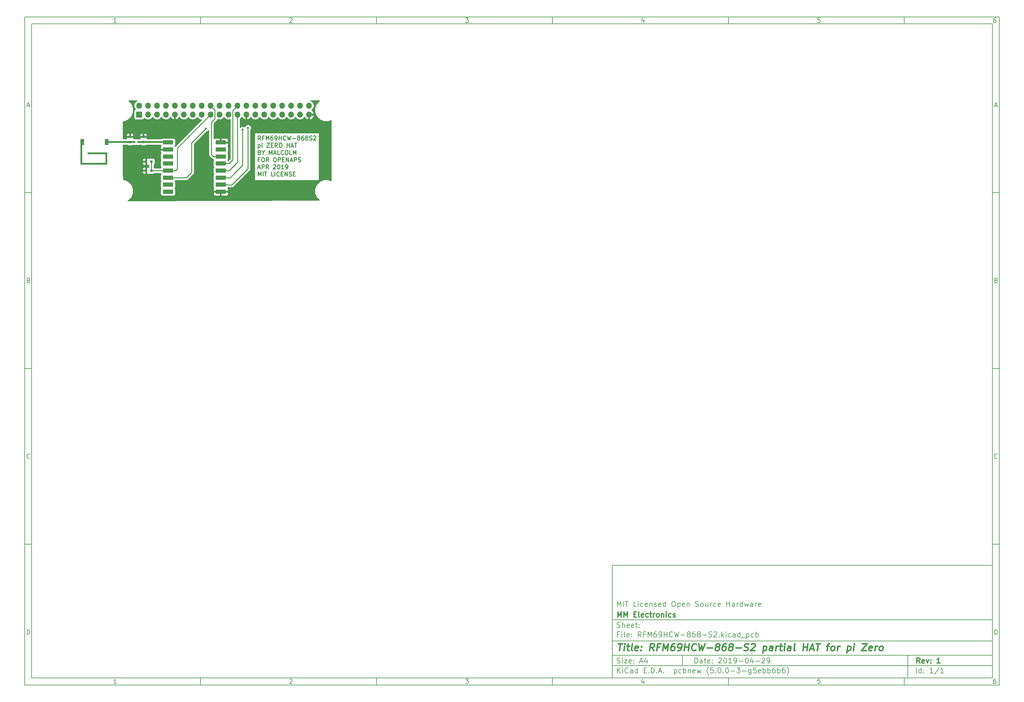
<source format=gbr>
%TF.GenerationSoftware,KiCad,Pcbnew,(5.0.0-3-g5ebb6b6)*%
%TF.CreationDate,2019-04-29T20:19:19+01:00*%
%TF.ProjectId,RFM69HCW-868-S2,52464D36394843572D3836382D53322E,1*%
%TF.SameCoordinates,Original*%
%TF.FileFunction,Copper,L1,Top,Signal*%
%TF.FilePolarity,Positive*%
%FSLAX46Y46*%
G04 Gerber Fmt 4.6, Leading zero omitted, Abs format (unit mm)*
G04 Created by KiCad (PCBNEW (5.0.0-3-g5ebb6b6)) date Monday, 29 April 2019 at 20:19:19*
%MOMM*%
%LPD*%
G01*
G04 APERTURE LIST*
%ADD10C,0.100000*%
%ADD11C,0.150000*%
%ADD12C,0.300000*%
%ADD13C,0.400000*%
%TA.AperFunction,NonConductor*%
%ADD14C,0.250000*%
%TD*%
%TA.AperFunction,SMDPad,CuDef*%
%ADD15R,2.999740X1.198880*%
%TD*%
%TA.AperFunction,SMDPad,CuDef*%
%ADD16R,1.000000X1.800000*%
%TD*%
%TA.AperFunction,Conductor*%
%ADD17R,0.500000X0.500000*%
%TD*%
%TA.AperFunction,Conductor*%
%ADD18R,5.100000X0.500000*%
%TD*%
%TA.AperFunction,Conductor*%
%ADD19R,0.500000X3.000000*%
%TD*%
%TA.AperFunction,Conductor*%
%ADD20R,7.100000X0.500000*%
%TD*%
%TA.AperFunction,Conductor*%
%ADD21R,0.500000X5.100000*%
%TD*%
%TA.AperFunction,ComponentPad*%
%ADD22O,1.700000X1.700000*%
%TD*%
%TA.AperFunction,ComponentPad*%
%ADD23R,1.700000X1.700000*%
%TD*%
%TA.AperFunction,SMDPad,CuDef*%
%ADD24R,0.750000X0.800000*%
%TD*%
%TA.AperFunction,SMDPad,CuDef*%
%ADD25R,0.800000X0.750000*%
%TD*%
%TA.AperFunction,SMDPad,CuDef*%
%ADD26R,0.400000X0.600000*%
%TD*%
%TA.AperFunction,ViaPad*%
%ADD27C,0.600000*%
%TD*%
%TA.AperFunction,Conductor*%
%ADD28C,0.250000*%
%TD*%
%TA.AperFunction,Conductor*%
%ADD29C,0.500000*%
%TD*%
%TA.AperFunction,Conductor*%
%ADD30C,0.254000*%
%TD*%
G04 APERTURE END LIST*
D10*
D11*
X177002200Y-166007200D02*
X177002200Y-198007200D01*
X285002200Y-198007200D01*
X285002200Y-166007200D01*
X177002200Y-166007200D01*
D10*
D11*
X10000000Y-10000000D02*
X10000000Y-200007200D01*
X287002200Y-200007200D01*
X287002200Y-10000000D01*
X10000000Y-10000000D01*
D10*
D11*
X12000000Y-12000000D02*
X12000000Y-198007200D01*
X285002200Y-198007200D01*
X285002200Y-12000000D01*
X12000000Y-12000000D01*
D10*
D11*
X60000000Y-12000000D02*
X60000000Y-10000000D01*
D10*
D11*
X110000000Y-12000000D02*
X110000000Y-10000000D01*
D10*
D11*
X160000000Y-12000000D02*
X160000000Y-10000000D01*
D10*
D11*
X210000000Y-12000000D02*
X210000000Y-10000000D01*
D10*
D11*
X260000000Y-12000000D02*
X260000000Y-10000000D01*
D10*
D11*
X36065476Y-11588095D02*
X35322619Y-11588095D01*
X35694047Y-11588095D02*
X35694047Y-10288095D01*
X35570238Y-10473809D01*
X35446428Y-10597619D01*
X35322619Y-10659523D01*
D10*
D11*
X85322619Y-10411904D02*
X85384523Y-10350000D01*
X85508333Y-10288095D01*
X85817857Y-10288095D01*
X85941666Y-10350000D01*
X86003571Y-10411904D01*
X86065476Y-10535714D01*
X86065476Y-10659523D01*
X86003571Y-10845238D01*
X85260714Y-11588095D01*
X86065476Y-11588095D01*
D10*
D11*
X135260714Y-10288095D02*
X136065476Y-10288095D01*
X135632142Y-10783333D01*
X135817857Y-10783333D01*
X135941666Y-10845238D01*
X136003571Y-10907142D01*
X136065476Y-11030952D01*
X136065476Y-11340476D01*
X136003571Y-11464285D01*
X135941666Y-11526190D01*
X135817857Y-11588095D01*
X135446428Y-11588095D01*
X135322619Y-11526190D01*
X135260714Y-11464285D01*
D10*
D11*
X185941666Y-10721428D02*
X185941666Y-11588095D01*
X185632142Y-10226190D02*
X185322619Y-11154761D01*
X186127380Y-11154761D01*
D10*
D11*
X236003571Y-10288095D02*
X235384523Y-10288095D01*
X235322619Y-10907142D01*
X235384523Y-10845238D01*
X235508333Y-10783333D01*
X235817857Y-10783333D01*
X235941666Y-10845238D01*
X236003571Y-10907142D01*
X236065476Y-11030952D01*
X236065476Y-11340476D01*
X236003571Y-11464285D01*
X235941666Y-11526190D01*
X235817857Y-11588095D01*
X235508333Y-11588095D01*
X235384523Y-11526190D01*
X235322619Y-11464285D01*
D10*
D11*
X285941666Y-10288095D02*
X285694047Y-10288095D01*
X285570238Y-10350000D01*
X285508333Y-10411904D01*
X285384523Y-10597619D01*
X285322619Y-10845238D01*
X285322619Y-11340476D01*
X285384523Y-11464285D01*
X285446428Y-11526190D01*
X285570238Y-11588095D01*
X285817857Y-11588095D01*
X285941666Y-11526190D01*
X286003571Y-11464285D01*
X286065476Y-11340476D01*
X286065476Y-11030952D01*
X286003571Y-10907142D01*
X285941666Y-10845238D01*
X285817857Y-10783333D01*
X285570238Y-10783333D01*
X285446428Y-10845238D01*
X285384523Y-10907142D01*
X285322619Y-11030952D01*
D10*
D11*
X60000000Y-198007200D02*
X60000000Y-200007200D01*
D10*
D11*
X110000000Y-198007200D02*
X110000000Y-200007200D01*
D10*
D11*
X160000000Y-198007200D02*
X160000000Y-200007200D01*
D10*
D11*
X210000000Y-198007200D02*
X210000000Y-200007200D01*
D10*
D11*
X260000000Y-198007200D02*
X260000000Y-200007200D01*
D10*
D11*
X36065476Y-199595295D02*
X35322619Y-199595295D01*
X35694047Y-199595295D02*
X35694047Y-198295295D01*
X35570238Y-198481009D01*
X35446428Y-198604819D01*
X35322619Y-198666723D01*
D10*
D11*
X85322619Y-198419104D02*
X85384523Y-198357200D01*
X85508333Y-198295295D01*
X85817857Y-198295295D01*
X85941666Y-198357200D01*
X86003571Y-198419104D01*
X86065476Y-198542914D01*
X86065476Y-198666723D01*
X86003571Y-198852438D01*
X85260714Y-199595295D01*
X86065476Y-199595295D01*
D10*
D11*
X135260714Y-198295295D02*
X136065476Y-198295295D01*
X135632142Y-198790533D01*
X135817857Y-198790533D01*
X135941666Y-198852438D01*
X136003571Y-198914342D01*
X136065476Y-199038152D01*
X136065476Y-199347676D01*
X136003571Y-199471485D01*
X135941666Y-199533390D01*
X135817857Y-199595295D01*
X135446428Y-199595295D01*
X135322619Y-199533390D01*
X135260714Y-199471485D01*
D10*
D11*
X185941666Y-198728628D02*
X185941666Y-199595295D01*
X185632142Y-198233390D02*
X185322619Y-199161961D01*
X186127380Y-199161961D01*
D10*
D11*
X236003571Y-198295295D02*
X235384523Y-198295295D01*
X235322619Y-198914342D01*
X235384523Y-198852438D01*
X235508333Y-198790533D01*
X235817857Y-198790533D01*
X235941666Y-198852438D01*
X236003571Y-198914342D01*
X236065476Y-199038152D01*
X236065476Y-199347676D01*
X236003571Y-199471485D01*
X235941666Y-199533390D01*
X235817857Y-199595295D01*
X235508333Y-199595295D01*
X235384523Y-199533390D01*
X235322619Y-199471485D01*
D10*
D11*
X285941666Y-198295295D02*
X285694047Y-198295295D01*
X285570238Y-198357200D01*
X285508333Y-198419104D01*
X285384523Y-198604819D01*
X285322619Y-198852438D01*
X285322619Y-199347676D01*
X285384523Y-199471485D01*
X285446428Y-199533390D01*
X285570238Y-199595295D01*
X285817857Y-199595295D01*
X285941666Y-199533390D01*
X286003571Y-199471485D01*
X286065476Y-199347676D01*
X286065476Y-199038152D01*
X286003571Y-198914342D01*
X285941666Y-198852438D01*
X285817857Y-198790533D01*
X285570238Y-198790533D01*
X285446428Y-198852438D01*
X285384523Y-198914342D01*
X285322619Y-199038152D01*
D10*
D11*
X10000000Y-60000000D02*
X12000000Y-60000000D01*
D10*
D11*
X10000000Y-110000000D02*
X12000000Y-110000000D01*
D10*
D11*
X10000000Y-160000000D02*
X12000000Y-160000000D01*
D10*
D11*
X10690476Y-35216666D02*
X11309523Y-35216666D01*
X10566666Y-35588095D02*
X11000000Y-34288095D01*
X11433333Y-35588095D01*
D10*
D11*
X11092857Y-84907142D02*
X11278571Y-84969047D01*
X11340476Y-85030952D01*
X11402380Y-85154761D01*
X11402380Y-85340476D01*
X11340476Y-85464285D01*
X11278571Y-85526190D01*
X11154761Y-85588095D01*
X10659523Y-85588095D01*
X10659523Y-84288095D01*
X11092857Y-84288095D01*
X11216666Y-84350000D01*
X11278571Y-84411904D01*
X11340476Y-84535714D01*
X11340476Y-84659523D01*
X11278571Y-84783333D01*
X11216666Y-84845238D01*
X11092857Y-84907142D01*
X10659523Y-84907142D01*
D10*
D11*
X11402380Y-135464285D02*
X11340476Y-135526190D01*
X11154761Y-135588095D01*
X11030952Y-135588095D01*
X10845238Y-135526190D01*
X10721428Y-135402380D01*
X10659523Y-135278571D01*
X10597619Y-135030952D01*
X10597619Y-134845238D01*
X10659523Y-134597619D01*
X10721428Y-134473809D01*
X10845238Y-134350000D01*
X11030952Y-134288095D01*
X11154761Y-134288095D01*
X11340476Y-134350000D01*
X11402380Y-134411904D01*
D10*
D11*
X10659523Y-185588095D02*
X10659523Y-184288095D01*
X10969047Y-184288095D01*
X11154761Y-184350000D01*
X11278571Y-184473809D01*
X11340476Y-184597619D01*
X11402380Y-184845238D01*
X11402380Y-185030952D01*
X11340476Y-185278571D01*
X11278571Y-185402380D01*
X11154761Y-185526190D01*
X10969047Y-185588095D01*
X10659523Y-185588095D01*
D10*
D11*
X287002200Y-60000000D02*
X285002200Y-60000000D01*
D10*
D11*
X287002200Y-110000000D02*
X285002200Y-110000000D01*
D10*
D11*
X287002200Y-160000000D02*
X285002200Y-160000000D01*
D10*
D11*
X285692676Y-35216666D02*
X286311723Y-35216666D01*
X285568866Y-35588095D02*
X286002200Y-34288095D01*
X286435533Y-35588095D01*
D10*
D11*
X286095057Y-84907142D02*
X286280771Y-84969047D01*
X286342676Y-85030952D01*
X286404580Y-85154761D01*
X286404580Y-85340476D01*
X286342676Y-85464285D01*
X286280771Y-85526190D01*
X286156961Y-85588095D01*
X285661723Y-85588095D01*
X285661723Y-84288095D01*
X286095057Y-84288095D01*
X286218866Y-84350000D01*
X286280771Y-84411904D01*
X286342676Y-84535714D01*
X286342676Y-84659523D01*
X286280771Y-84783333D01*
X286218866Y-84845238D01*
X286095057Y-84907142D01*
X285661723Y-84907142D01*
D10*
D11*
X286404580Y-135464285D02*
X286342676Y-135526190D01*
X286156961Y-135588095D01*
X286033152Y-135588095D01*
X285847438Y-135526190D01*
X285723628Y-135402380D01*
X285661723Y-135278571D01*
X285599819Y-135030952D01*
X285599819Y-134845238D01*
X285661723Y-134597619D01*
X285723628Y-134473809D01*
X285847438Y-134350000D01*
X286033152Y-134288095D01*
X286156961Y-134288095D01*
X286342676Y-134350000D01*
X286404580Y-134411904D01*
D10*
D11*
X285661723Y-185588095D02*
X285661723Y-184288095D01*
X285971247Y-184288095D01*
X286156961Y-184350000D01*
X286280771Y-184473809D01*
X286342676Y-184597619D01*
X286404580Y-184845238D01*
X286404580Y-185030952D01*
X286342676Y-185278571D01*
X286280771Y-185402380D01*
X286156961Y-185526190D01*
X285971247Y-185588095D01*
X285661723Y-185588095D01*
D10*
D11*
X200434342Y-193785771D02*
X200434342Y-192285771D01*
X200791485Y-192285771D01*
X201005771Y-192357200D01*
X201148628Y-192500057D01*
X201220057Y-192642914D01*
X201291485Y-192928628D01*
X201291485Y-193142914D01*
X201220057Y-193428628D01*
X201148628Y-193571485D01*
X201005771Y-193714342D01*
X200791485Y-193785771D01*
X200434342Y-193785771D01*
X202577200Y-193785771D02*
X202577200Y-193000057D01*
X202505771Y-192857200D01*
X202362914Y-192785771D01*
X202077200Y-192785771D01*
X201934342Y-192857200D01*
X202577200Y-193714342D02*
X202434342Y-193785771D01*
X202077200Y-193785771D01*
X201934342Y-193714342D01*
X201862914Y-193571485D01*
X201862914Y-193428628D01*
X201934342Y-193285771D01*
X202077200Y-193214342D01*
X202434342Y-193214342D01*
X202577200Y-193142914D01*
X203077200Y-192785771D02*
X203648628Y-192785771D01*
X203291485Y-192285771D02*
X203291485Y-193571485D01*
X203362914Y-193714342D01*
X203505771Y-193785771D01*
X203648628Y-193785771D01*
X204720057Y-193714342D02*
X204577200Y-193785771D01*
X204291485Y-193785771D01*
X204148628Y-193714342D01*
X204077200Y-193571485D01*
X204077200Y-193000057D01*
X204148628Y-192857200D01*
X204291485Y-192785771D01*
X204577200Y-192785771D01*
X204720057Y-192857200D01*
X204791485Y-193000057D01*
X204791485Y-193142914D01*
X204077200Y-193285771D01*
X205434342Y-193642914D02*
X205505771Y-193714342D01*
X205434342Y-193785771D01*
X205362914Y-193714342D01*
X205434342Y-193642914D01*
X205434342Y-193785771D01*
X205434342Y-192857200D02*
X205505771Y-192928628D01*
X205434342Y-193000057D01*
X205362914Y-192928628D01*
X205434342Y-192857200D01*
X205434342Y-193000057D01*
X207220057Y-192428628D02*
X207291485Y-192357200D01*
X207434342Y-192285771D01*
X207791485Y-192285771D01*
X207934342Y-192357200D01*
X208005771Y-192428628D01*
X208077200Y-192571485D01*
X208077200Y-192714342D01*
X208005771Y-192928628D01*
X207148628Y-193785771D01*
X208077200Y-193785771D01*
X209005771Y-192285771D02*
X209148628Y-192285771D01*
X209291485Y-192357200D01*
X209362914Y-192428628D01*
X209434342Y-192571485D01*
X209505771Y-192857200D01*
X209505771Y-193214342D01*
X209434342Y-193500057D01*
X209362914Y-193642914D01*
X209291485Y-193714342D01*
X209148628Y-193785771D01*
X209005771Y-193785771D01*
X208862914Y-193714342D01*
X208791485Y-193642914D01*
X208720057Y-193500057D01*
X208648628Y-193214342D01*
X208648628Y-192857200D01*
X208720057Y-192571485D01*
X208791485Y-192428628D01*
X208862914Y-192357200D01*
X209005771Y-192285771D01*
X210934342Y-193785771D02*
X210077200Y-193785771D01*
X210505771Y-193785771D02*
X210505771Y-192285771D01*
X210362914Y-192500057D01*
X210220057Y-192642914D01*
X210077200Y-192714342D01*
X211648628Y-193785771D02*
X211934342Y-193785771D01*
X212077200Y-193714342D01*
X212148628Y-193642914D01*
X212291485Y-193428628D01*
X212362914Y-193142914D01*
X212362914Y-192571485D01*
X212291485Y-192428628D01*
X212220057Y-192357200D01*
X212077200Y-192285771D01*
X211791485Y-192285771D01*
X211648628Y-192357200D01*
X211577200Y-192428628D01*
X211505771Y-192571485D01*
X211505771Y-192928628D01*
X211577200Y-193071485D01*
X211648628Y-193142914D01*
X211791485Y-193214342D01*
X212077200Y-193214342D01*
X212220057Y-193142914D01*
X212291485Y-193071485D01*
X212362914Y-192928628D01*
X213005771Y-193214342D02*
X214148628Y-193214342D01*
X215148628Y-192285771D02*
X215291485Y-192285771D01*
X215434342Y-192357200D01*
X215505771Y-192428628D01*
X215577200Y-192571485D01*
X215648628Y-192857200D01*
X215648628Y-193214342D01*
X215577200Y-193500057D01*
X215505771Y-193642914D01*
X215434342Y-193714342D01*
X215291485Y-193785771D01*
X215148628Y-193785771D01*
X215005771Y-193714342D01*
X214934342Y-193642914D01*
X214862914Y-193500057D01*
X214791485Y-193214342D01*
X214791485Y-192857200D01*
X214862914Y-192571485D01*
X214934342Y-192428628D01*
X215005771Y-192357200D01*
X215148628Y-192285771D01*
X216934342Y-192785771D02*
X216934342Y-193785771D01*
X216577200Y-192214342D02*
X216220057Y-193285771D01*
X217148628Y-193285771D01*
X217720057Y-193214342D02*
X218862914Y-193214342D01*
X219505771Y-192428628D02*
X219577200Y-192357200D01*
X219720057Y-192285771D01*
X220077200Y-192285771D01*
X220220057Y-192357200D01*
X220291485Y-192428628D01*
X220362914Y-192571485D01*
X220362914Y-192714342D01*
X220291485Y-192928628D01*
X219434342Y-193785771D01*
X220362914Y-193785771D01*
X221077200Y-193785771D02*
X221362914Y-193785771D01*
X221505771Y-193714342D01*
X221577200Y-193642914D01*
X221720057Y-193428628D01*
X221791485Y-193142914D01*
X221791485Y-192571485D01*
X221720057Y-192428628D01*
X221648628Y-192357200D01*
X221505771Y-192285771D01*
X221220057Y-192285771D01*
X221077200Y-192357200D01*
X221005771Y-192428628D01*
X220934342Y-192571485D01*
X220934342Y-192928628D01*
X221005771Y-193071485D01*
X221077200Y-193142914D01*
X221220057Y-193214342D01*
X221505771Y-193214342D01*
X221648628Y-193142914D01*
X221720057Y-193071485D01*
X221791485Y-192928628D01*
D10*
D11*
X177002200Y-194507200D02*
X285002200Y-194507200D01*
D10*
D11*
X178434342Y-196585771D02*
X178434342Y-195085771D01*
X179291485Y-196585771D02*
X178648628Y-195728628D01*
X179291485Y-195085771D02*
X178434342Y-195942914D01*
X179934342Y-196585771D02*
X179934342Y-195585771D01*
X179934342Y-195085771D02*
X179862914Y-195157200D01*
X179934342Y-195228628D01*
X180005771Y-195157200D01*
X179934342Y-195085771D01*
X179934342Y-195228628D01*
X181505771Y-196442914D02*
X181434342Y-196514342D01*
X181220057Y-196585771D01*
X181077200Y-196585771D01*
X180862914Y-196514342D01*
X180720057Y-196371485D01*
X180648628Y-196228628D01*
X180577200Y-195942914D01*
X180577200Y-195728628D01*
X180648628Y-195442914D01*
X180720057Y-195300057D01*
X180862914Y-195157200D01*
X181077200Y-195085771D01*
X181220057Y-195085771D01*
X181434342Y-195157200D01*
X181505771Y-195228628D01*
X182791485Y-196585771D02*
X182791485Y-195800057D01*
X182720057Y-195657200D01*
X182577200Y-195585771D01*
X182291485Y-195585771D01*
X182148628Y-195657200D01*
X182791485Y-196514342D02*
X182648628Y-196585771D01*
X182291485Y-196585771D01*
X182148628Y-196514342D01*
X182077200Y-196371485D01*
X182077200Y-196228628D01*
X182148628Y-196085771D01*
X182291485Y-196014342D01*
X182648628Y-196014342D01*
X182791485Y-195942914D01*
X184148628Y-196585771D02*
X184148628Y-195085771D01*
X184148628Y-196514342D02*
X184005771Y-196585771D01*
X183720057Y-196585771D01*
X183577200Y-196514342D01*
X183505771Y-196442914D01*
X183434342Y-196300057D01*
X183434342Y-195871485D01*
X183505771Y-195728628D01*
X183577200Y-195657200D01*
X183720057Y-195585771D01*
X184005771Y-195585771D01*
X184148628Y-195657200D01*
X186005771Y-195800057D02*
X186505771Y-195800057D01*
X186720057Y-196585771D02*
X186005771Y-196585771D01*
X186005771Y-195085771D01*
X186720057Y-195085771D01*
X187362914Y-196442914D02*
X187434342Y-196514342D01*
X187362914Y-196585771D01*
X187291485Y-196514342D01*
X187362914Y-196442914D01*
X187362914Y-196585771D01*
X188077200Y-196585771D02*
X188077200Y-195085771D01*
X188434342Y-195085771D01*
X188648628Y-195157200D01*
X188791485Y-195300057D01*
X188862914Y-195442914D01*
X188934342Y-195728628D01*
X188934342Y-195942914D01*
X188862914Y-196228628D01*
X188791485Y-196371485D01*
X188648628Y-196514342D01*
X188434342Y-196585771D01*
X188077200Y-196585771D01*
X189577200Y-196442914D02*
X189648628Y-196514342D01*
X189577200Y-196585771D01*
X189505771Y-196514342D01*
X189577200Y-196442914D01*
X189577200Y-196585771D01*
X190220057Y-196157200D02*
X190934342Y-196157200D01*
X190077200Y-196585771D02*
X190577200Y-195085771D01*
X191077200Y-196585771D01*
X191577200Y-196442914D02*
X191648628Y-196514342D01*
X191577200Y-196585771D01*
X191505771Y-196514342D01*
X191577200Y-196442914D01*
X191577200Y-196585771D01*
X194577200Y-195585771D02*
X194577200Y-197085771D01*
X194577200Y-195657200D02*
X194720057Y-195585771D01*
X195005771Y-195585771D01*
X195148628Y-195657200D01*
X195220057Y-195728628D01*
X195291485Y-195871485D01*
X195291485Y-196300057D01*
X195220057Y-196442914D01*
X195148628Y-196514342D01*
X195005771Y-196585771D01*
X194720057Y-196585771D01*
X194577200Y-196514342D01*
X196577200Y-196514342D02*
X196434342Y-196585771D01*
X196148628Y-196585771D01*
X196005771Y-196514342D01*
X195934342Y-196442914D01*
X195862914Y-196300057D01*
X195862914Y-195871485D01*
X195934342Y-195728628D01*
X196005771Y-195657200D01*
X196148628Y-195585771D01*
X196434342Y-195585771D01*
X196577200Y-195657200D01*
X197220057Y-196585771D02*
X197220057Y-195085771D01*
X197220057Y-195657200D02*
X197362914Y-195585771D01*
X197648628Y-195585771D01*
X197791485Y-195657200D01*
X197862914Y-195728628D01*
X197934342Y-195871485D01*
X197934342Y-196300057D01*
X197862914Y-196442914D01*
X197791485Y-196514342D01*
X197648628Y-196585771D01*
X197362914Y-196585771D01*
X197220057Y-196514342D01*
X198577200Y-195585771D02*
X198577200Y-196585771D01*
X198577200Y-195728628D02*
X198648628Y-195657200D01*
X198791485Y-195585771D01*
X199005771Y-195585771D01*
X199148628Y-195657200D01*
X199220057Y-195800057D01*
X199220057Y-196585771D01*
X200505771Y-196514342D02*
X200362914Y-196585771D01*
X200077200Y-196585771D01*
X199934342Y-196514342D01*
X199862914Y-196371485D01*
X199862914Y-195800057D01*
X199934342Y-195657200D01*
X200077200Y-195585771D01*
X200362914Y-195585771D01*
X200505771Y-195657200D01*
X200577200Y-195800057D01*
X200577200Y-195942914D01*
X199862914Y-196085771D01*
X201077200Y-195585771D02*
X201362914Y-196585771D01*
X201648628Y-195871485D01*
X201934342Y-196585771D01*
X202220057Y-195585771D01*
X204362914Y-197157200D02*
X204291485Y-197085771D01*
X204148628Y-196871485D01*
X204077200Y-196728628D01*
X204005771Y-196514342D01*
X203934342Y-196157200D01*
X203934342Y-195871485D01*
X204005771Y-195514342D01*
X204077200Y-195300057D01*
X204148628Y-195157200D01*
X204291485Y-194942914D01*
X204362914Y-194871485D01*
X205648628Y-195085771D02*
X204934342Y-195085771D01*
X204862914Y-195800057D01*
X204934342Y-195728628D01*
X205077200Y-195657200D01*
X205434342Y-195657200D01*
X205577200Y-195728628D01*
X205648628Y-195800057D01*
X205720057Y-195942914D01*
X205720057Y-196300057D01*
X205648628Y-196442914D01*
X205577200Y-196514342D01*
X205434342Y-196585771D01*
X205077200Y-196585771D01*
X204934342Y-196514342D01*
X204862914Y-196442914D01*
X206362914Y-196442914D02*
X206434342Y-196514342D01*
X206362914Y-196585771D01*
X206291485Y-196514342D01*
X206362914Y-196442914D01*
X206362914Y-196585771D01*
X207362914Y-195085771D02*
X207505771Y-195085771D01*
X207648628Y-195157200D01*
X207720057Y-195228628D01*
X207791485Y-195371485D01*
X207862914Y-195657200D01*
X207862914Y-196014342D01*
X207791485Y-196300057D01*
X207720057Y-196442914D01*
X207648628Y-196514342D01*
X207505771Y-196585771D01*
X207362914Y-196585771D01*
X207220057Y-196514342D01*
X207148628Y-196442914D01*
X207077200Y-196300057D01*
X207005771Y-196014342D01*
X207005771Y-195657200D01*
X207077200Y-195371485D01*
X207148628Y-195228628D01*
X207220057Y-195157200D01*
X207362914Y-195085771D01*
X208505771Y-196442914D02*
X208577200Y-196514342D01*
X208505771Y-196585771D01*
X208434342Y-196514342D01*
X208505771Y-196442914D01*
X208505771Y-196585771D01*
X209505771Y-195085771D02*
X209648628Y-195085771D01*
X209791485Y-195157200D01*
X209862914Y-195228628D01*
X209934342Y-195371485D01*
X210005771Y-195657200D01*
X210005771Y-196014342D01*
X209934342Y-196300057D01*
X209862914Y-196442914D01*
X209791485Y-196514342D01*
X209648628Y-196585771D01*
X209505771Y-196585771D01*
X209362914Y-196514342D01*
X209291485Y-196442914D01*
X209220057Y-196300057D01*
X209148628Y-196014342D01*
X209148628Y-195657200D01*
X209220057Y-195371485D01*
X209291485Y-195228628D01*
X209362914Y-195157200D01*
X209505771Y-195085771D01*
X210648628Y-196014342D02*
X211791485Y-196014342D01*
X212362914Y-195085771D02*
X213291485Y-195085771D01*
X212791485Y-195657200D01*
X213005771Y-195657200D01*
X213148628Y-195728628D01*
X213220057Y-195800057D01*
X213291485Y-195942914D01*
X213291485Y-196300057D01*
X213220057Y-196442914D01*
X213148628Y-196514342D01*
X213005771Y-196585771D01*
X212577200Y-196585771D01*
X212434342Y-196514342D01*
X212362914Y-196442914D01*
X213934342Y-196014342D02*
X215077200Y-196014342D01*
X216434342Y-195585771D02*
X216434342Y-196800057D01*
X216362914Y-196942914D01*
X216291485Y-197014342D01*
X216148628Y-197085771D01*
X215934342Y-197085771D01*
X215791485Y-197014342D01*
X216434342Y-196514342D02*
X216291485Y-196585771D01*
X216005771Y-196585771D01*
X215862914Y-196514342D01*
X215791485Y-196442914D01*
X215720057Y-196300057D01*
X215720057Y-195871485D01*
X215791485Y-195728628D01*
X215862914Y-195657200D01*
X216005771Y-195585771D01*
X216291485Y-195585771D01*
X216434342Y-195657200D01*
X217862914Y-195085771D02*
X217148628Y-195085771D01*
X217077200Y-195800057D01*
X217148628Y-195728628D01*
X217291485Y-195657200D01*
X217648628Y-195657200D01*
X217791485Y-195728628D01*
X217862914Y-195800057D01*
X217934342Y-195942914D01*
X217934342Y-196300057D01*
X217862914Y-196442914D01*
X217791485Y-196514342D01*
X217648628Y-196585771D01*
X217291485Y-196585771D01*
X217148628Y-196514342D01*
X217077200Y-196442914D01*
X219148628Y-196514342D02*
X219005771Y-196585771D01*
X218720057Y-196585771D01*
X218577200Y-196514342D01*
X218505771Y-196371485D01*
X218505771Y-195800057D01*
X218577200Y-195657200D01*
X218720057Y-195585771D01*
X219005771Y-195585771D01*
X219148628Y-195657200D01*
X219220057Y-195800057D01*
X219220057Y-195942914D01*
X218505771Y-196085771D01*
X219862914Y-196585771D02*
X219862914Y-195085771D01*
X219862914Y-195657200D02*
X220005771Y-195585771D01*
X220291485Y-195585771D01*
X220434342Y-195657200D01*
X220505771Y-195728628D01*
X220577200Y-195871485D01*
X220577200Y-196300057D01*
X220505771Y-196442914D01*
X220434342Y-196514342D01*
X220291485Y-196585771D01*
X220005771Y-196585771D01*
X219862914Y-196514342D01*
X221220057Y-196585771D02*
X221220057Y-195085771D01*
X221220057Y-195657200D02*
X221362914Y-195585771D01*
X221648628Y-195585771D01*
X221791485Y-195657200D01*
X221862914Y-195728628D01*
X221934342Y-195871485D01*
X221934342Y-196300057D01*
X221862914Y-196442914D01*
X221791485Y-196514342D01*
X221648628Y-196585771D01*
X221362914Y-196585771D01*
X221220057Y-196514342D01*
X223220057Y-195085771D02*
X222934342Y-195085771D01*
X222791485Y-195157200D01*
X222720057Y-195228628D01*
X222577200Y-195442914D01*
X222505771Y-195728628D01*
X222505771Y-196300057D01*
X222577200Y-196442914D01*
X222648628Y-196514342D01*
X222791485Y-196585771D01*
X223077200Y-196585771D01*
X223220057Y-196514342D01*
X223291485Y-196442914D01*
X223362914Y-196300057D01*
X223362914Y-195942914D01*
X223291485Y-195800057D01*
X223220057Y-195728628D01*
X223077200Y-195657200D01*
X222791485Y-195657200D01*
X222648628Y-195728628D01*
X222577200Y-195800057D01*
X222505771Y-195942914D01*
X224005771Y-196585771D02*
X224005771Y-195085771D01*
X224005771Y-195657200D02*
X224148628Y-195585771D01*
X224434342Y-195585771D01*
X224577200Y-195657200D01*
X224648628Y-195728628D01*
X224720057Y-195871485D01*
X224720057Y-196300057D01*
X224648628Y-196442914D01*
X224577200Y-196514342D01*
X224434342Y-196585771D01*
X224148628Y-196585771D01*
X224005771Y-196514342D01*
X226005771Y-195085771D02*
X225720057Y-195085771D01*
X225577200Y-195157200D01*
X225505771Y-195228628D01*
X225362914Y-195442914D01*
X225291485Y-195728628D01*
X225291485Y-196300057D01*
X225362914Y-196442914D01*
X225434342Y-196514342D01*
X225577200Y-196585771D01*
X225862914Y-196585771D01*
X226005771Y-196514342D01*
X226077200Y-196442914D01*
X226148628Y-196300057D01*
X226148628Y-195942914D01*
X226077200Y-195800057D01*
X226005771Y-195728628D01*
X225862914Y-195657200D01*
X225577200Y-195657200D01*
X225434342Y-195728628D01*
X225362914Y-195800057D01*
X225291485Y-195942914D01*
X226648628Y-197157200D02*
X226720057Y-197085771D01*
X226862914Y-196871485D01*
X226934342Y-196728628D01*
X227005771Y-196514342D01*
X227077200Y-196157200D01*
X227077200Y-195871485D01*
X227005771Y-195514342D01*
X226934342Y-195300057D01*
X226862914Y-195157200D01*
X226720057Y-194942914D01*
X226648628Y-194871485D01*
D10*
D11*
X177002200Y-191507200D02*
X285002200Y-191507200D01*
D10*
D12*
X264411485Y-193785771D02*
X263911485Y-193071485D01*
X263554342Y-193785771D02*
X263554342Y-192285771D01*
X264125771Y-192285771D01*
X264268628Y-192357200D01*
X264340057Y-192428628D01*
X264411485Y-192571485D01*
X264411485Y-192785771D01*
X264340057Y-192928628D01*
X264268628Y-193000057D01*
X264125771Y-193071485D01*
X263554342Y-193071485D01*
X265625771Y-193714342D02*
X265482914Y-193785771D01*
X265197200Y-193785771D01*
X265054342Y-193714342D01*
X264982914Y-193571485D01*
X264982914Y-193000057D01*
X265054342Y-192857200D01*
X265197200Y-192785771D01*
X265482914Y-192785771D01*
X265625771Y-192857200D01*
X265697200Y-193000057D01*
X265697200Y-193142914D01*
X264982914Y-193285771D01*
X266197200Y-192785771D02*
X266554342Y-193785771D01*
X266911485Y-192785771D01*
X267482914Y-193642914D02*
X267554342Y-193714342D01*
X267482914Y-193785771D01*
X267411485Y-193714342D01*
X267482914Y-193642914D01*
X267482914Y-193785771D01*
X267482914Y-192857200D02*
X267554342Y-192928628D01*
X267482914Y-193000057D01*
X267411485Y-192928628D01*
X267482914Y-192857200D01*
X267482914Y-193000057D01*
X270125771Y-193785771D02*
X269268628Y-193785771D01*
X269697200Y-193785771D02*
X269697200Y-192285771D01*
X269554342Y-192500057D01*
X269411485Y-192642914D01*
X269268628Y-192714342D01*
D10*
D11*
X178362914Y-193714342D02*
X178577200Y-193785771D01*
X178934342Y-193785771D01*
X179077200Y-193714342D01*
X179148628Y-193642914D01*
X179220057Y-193500057D01*
X179220057Y-193357200D01*
X179148628Y-193214342D01*
X179077200Y-193142914D01*
X178934342Y-193071485D01*
X178648628Y-193000057D01*
X178505771Y-192928628D01*
X178434342Y-192857200D01*
X178362914Y-192714342D01*
X178362914Y-192571485D01*
X178434342Y-192428628D01*
X178505771Y-192357200D01*
X178648628Y-192285771D01*
X179005771Y-192285771D01*
X179220057Y-192357200D01*
X179862914Y-193785771D02*
X179862914Y-192785771D01*
X179862914Y-192285771D02*
X179791485Y-192357200D01*
X179862914Y-192428628D01*
X179934342Y-192357200D01*
X179862914Y-192285771D01*
X179862914Y-192428628D01*
X180434342Y-192785771D02*
X181220057Y-192785771D01*
X180434342Y-193785771D01*
X181220057Y-193785771D01*
X182362914Y-193714342D02*
X182220057Y-193785771D01*
X181934342Y-193785771D01*
X181791485Y-193714342D01*
X181720057Y-193571485D01*
X181720057Y-193000057D01*
X181791485Y-192857200D01*
X181934342Y-192785771D01*
X182220057Y-192785771D01*
X182362914Y-192857200D01*
X182434342Y-193000057D01*
X182434342Y-193142914D01*
X181720057Y-193285771D01*
X183077200Y-193642914D02*
X183148628Y-193714342D01*
X183077200Y-193785771D01*
X183005771Y-193714342D01*
X183077200Y-193642914D01*
X183077200Y-193785771D01*
X183077200Y-192857200D02*
X183148628Y-192928628D01*
X183077200Y-193000057D01*
X183005771Y-192928628D01*
X183077200Y-192857200D01*
X183077200Y-193000057D01*
X184862914Y-193357200D02*
X185577200Y-193357200D01*
X184720057Y-193785771D02*
X185220057Y-192285771D01*
X185720057Y-193785771D01*
X186862914Y-192785771D02*
X186862914Y-193785771D01*
X186505771Y-192214342D02*
X186148628Y-193285771D01*
X187077200Y-193285771D01*
D10*
D11*
X263434342Y-196585771D02*
X263434342Y-195085771D01*
X264791485Y-196585771D02*
X264791485Y-195085771D01*
X264791485Y-196514342D02*
X264648628Y-196585771D01*
X264362914Y-196585771D01*
X264220057Y-196514342D01*
X264148628Y-196442914D01*
X264077200Y-196300057D01*
X264077200Y-195871485D01*
X264148628Y-195728628D01*
X264220057Y-195657200D01*
X264362914Y-195585771D01*
X264648628Y-195585771D01*
X264791485Y-195657200D01*
X265505771Y-196442914D02*
X265577200Y-196514342D01*
X265505771Y-196585771D01*
X265434342Y-196514342D01*
X265505771Y-196442914D01*
X265505771Y-196585771D01*
X265505771Y-195657200D02*
X265577200Y-195728628D01*
X265505771Y-195800057D01*
X265434342Y-195728628D01*
X265505771Y-195657200D01*
X265505771Y-195800057D01*
X268148628Y-196585771D02*
X267291485Y-196585771D01*
X267720057Y-196585771D02*
X267720057Y-195085771D01*
X267577200Y-195300057D01*
X267434342Y-195442914D01*
X267291485Y-195514342D01*
X269862914Y-195014342D02*
X268577200Y-196942914D01*
X271148628Y-196585771D02*
X270291485Y-196585771D01*
X270720057Y-196585771D02*
X270720057Y-195085771D01*
X270577200Y-195300057D01*
X270434342Y-195442914D01*
X270291485Y-195514342D01*
D10*
D11*
X177002200Y-187507200D02*
X285002200Y-187507200D01*
D10*
D13*
X178714580Y-188211961D02*
X179857438Y-188211961D01*
X179036009Y-190211961D02*
X179286009Y-188211961D01*
X180274104Y-190211961D02*
X180440771Y-188878628D01*
X180524104Y-188211961D02*
X180416961Y-188307200D01*
X180500295Y-188402438D01*
X180607438Y-188307200D01*
X180524104Y-188211961D01*
X180500295Y-188402438D01*
X181107438Y-188878628D02*
X181869342Y-188878628D01*
X181476485Y-188211961D02*
X181262200Y-189926247D01*
X181333628Y-190116723D01*
X181512200Y-190211961D01*
X181702676Y-190211961D01*
X182655057Y-190211961D02*
X182476485Y-190116723D01*
X182405057Y-189926247D01*
X182619342Y-188211961D01*
X184190771Y-190116723D02*
X183988390Y-190211961D01*
X183607438Y-190211961D01*
X183428866Y-190116723D01*
X183357438Y-189926247D01*
X183452676Y-189164342D01*
X183571723Y-188973866D01*
X183774104Y-188878628D01*
X184155057Y-188878628D01*
X184333628Y-188973866D01*
X184405057Y-189164342D01*
X184381247Y-189354819D01*
X183405057Y-189545295D01*
X185155057Y-190021485D02*
X185238390Y-190116723D01*
X185131247Y-190211961D01*
X185047914Y-190116723D01*
X185155057Y-190021485D01*
X185131247Y-190211961D01*
X185286009Y-188973866D02*
X185369342Y-189069104D01*
X185262200Y-189164342D01*
X185178866Y-189069104D01*
X185286009Y-188973866D01*
X185262200Y-189164342D01*
X188750295Y-190211961D02*
X188202676Y-189259580D01*
X187607438Y-190211961D02*
X187857438Y-188211961D01*
X188619342Y-188211961D01*
X188797914Y-188307200D01*
X188881247Y-188402438D01*
X188952676Y-188592914D01*
X188916961Y-188878628D01*
X188797914Y-189069104D01*
X188690771Y-189164342D01*
X188488390Y-189259580D01*
X187726485Y-189259580D01*
X190405057Y-189164342D02*
X189738390Y-189164342D01*
X189607438Y-190211961D02*
X189857438Y-188211961D01*
X190809819Y-188211961D01*
X191321723Y-190211961D02*
X191571723Y-188211961D01*
X192059819Y-189640533D01*
X192905057Y-188211961D01*
X192655057Y-190211961D01*
X194714580Y-188211961D02*
X194333628Y-188211961D01*
X194131247Y-188307200D01*
X194024104Y-188402438D01*
X193797914Y-188688152D01*
X193655057Y-189069104D01*
X193559819Y-189831009D01*
X193631247Y-190021485D01*
X193714580Y-190116723D01*
X193893152Y-190211961D01*
X194274104Y-190211961D01*
X194476485Y-190116723D01*
X194583628Y-190021485D01*
X194702676Y-189831009D01*
X194762200Y-189354819D01*
X194690771Y-189164342D01*
X194607438Y-189069104D01*
X194428866Y-188973866D01*
X194047914Y-188973866D01*
X193845533Y-189069104D01*
X193738390Y-189164342D01*
X193619342Y-189354819D01*
X195607438Y-190211961D02*
X195988390Y-190211961D01*
X196190771Y-190116723D01*
X196297914Y-190021485D01*
X196524104Y-189735771D01*
X196666961Y-189354819D01*
X196762200Y-188592914D01*
X196690771Y-188402438D01*
X196607438Y-188307200D01*
X196428866Y-188211961D01*
X196047914Y-188211961D01*
X195845533Y-188307200D01*
X195738390Y-188402438D01*
X195619342Y-188592914D01*
X195559819Y-189069104D01*
X195631247Y-189259580D01*
X195714580Y-189354819D01*
X195893152Y-189450057D01*
X196274104Y-189450057D01*
X196476485Y-189354819D01*
X196583628Y-189259580D01*
X196702676Y-189069104D01*
X197416961Y-190211961D02*
X197666961Y-188211961D01*
X197547914Y-189164342D02*
X198690771Y-189164342D01*
X198559819Y-190211961D02*
X198809819Y-188211961D01*
X200678866Y-190021485D02*
X200571723Y-190116723D01*
X200274104Y-190211961D01*
X200083628Y-190211961D01*
X199809819Y-190116723D01*
X199643152Y-189926247D01*
X199571723Y-189735771D01*
X199524104Y-189354819D01*
X199559819Y-189069104D01*
X199702676Y-188688152D01*
X199821723Y-188497676D01*
X200036009Y-188307200D01*
X200333628Y-188211961D01*
X200524104Y-188211961D01*
X200797914Y-188307200D01*
X200881247Y-188402438D01*
X201571723Y-188211961D02*
X201797914Y-190211961D01*
X202357438Y-188783390D01*
X202559819Y-190211961D01*
X203286009Y-188211961D01*
X203893152Y-189450057D02*
X205416961Y-189450057D01*
X206702676Y-189069104D02*
X206524104Y-188973866D01*
X206440771Y-188878628D01*
X206369342Y-188688152D01*
X206381247Y-188592914D01*
X206500295Y-188402438D01*
X206607438Y-188307200D01*
X206809819Y-188211961D01*
X207190771Y-188211961D01*
X207369342Y-188307200D01*
X207452676Y-188402438D01*
X207524104Y-188592914D01*
X207512200Y-188688152D01*
X207393152Y-188878628D01*
X207286009Y-188973866D01*
X207083628Y-189069104D01*
X206702676Y-189069104D01*
X206500295Y-189164342D01*
X206393152Y-189259580D01*
X206274104Y-189450057D01*
X206226485Y-189831009D01*
X206297914Y-190021485D01*
X206381247Y-190116723D01*
X206559819Y-190211961D01*
X206940771Y-190211961D01*
X207143152Y-190116723D01*
X207250295Y-190021485D01*
X207369342Y-189831009D01*
X207416961Y-189450057D01*
X207345533Y-189259580D01*
X207262200Y-189164342D01*
X207083628Y-189069104D01*
X209286009Y-188211961D02*
X208905057Y-188211961D01*
X208702676Y-188307200D01*
X208595533Y-188402438D01*
X208369342Y-188688152D01*
X208226485Y-189069104D01*
X208131247Y-189831009D01*
X208202676Y-190021485D01*
X208286009Y-190116723D01*
X208464580Y-190211961D01*
X208845533Y-190211961D01*
X209047914Y-190116723D01*
X209155057Y-190021485D01*
X209274104Y-189831009D01*
X209333628Y-189354819D01*
X209262200Y-189164342D01*
X209178866Y-189069104D01*
X209000295Y-188973866D01*
X208619342Y-188973866D01*
X208416961Y-189069104D01*
X208309819Y-189164342D01*
X208190771Y-189354819D01*
X210512200Y-189069104D02*
X210333628Y-188973866D01*
X210250295Y-188878628D01*
X210178866Y-188688152D01*
X210190771Y-188592914D01*
X210309819Y-188402438D01*
X210416961Y-188307200D01*
X210619342Y-188211961D01*
X211000295Y-188211961D01*
X211178866Y-188307200D01*
X211262200Y-188402438D01*
X211333628Y-188592914D01*
X211321723Y-188688152D01*
X211202676Y-188878628D01*
X211095533Y-188973866D01*
X210893152Y-189069104D01*
X210512200Y-189069104D01*
X210309819Y-189164342D01*
X210202676Y-189259580D01*
X210083628Y-189450057D01*
X210036009Y-189831009D01*
X210107438Y-190021485D01*
X210190771Y-190116723D01*
X210369342Y-190211961D01*
X210750295Y-190211961D01*
X210952676Y-190116723D01*
X211059819Y-190021485D01*
X211178866Y-189831009D01*
X211226485Y-189450057D01*
X211155057Y-189259580D01*
X211071723Y-189164342D01*
X210893152Y-189069104D01*
X212083628Y-189450057D02*
X213607438Y-189450057D01*
X214381247Y-190116723D02*
X214655057Y-190211961D01*
X215131247Y-190211961D01*
X215333628Y-190116723D01*
X215440771Y-190021485D01*
X215559819Y-189831009D01*
X215583628Y-189640533D01*
X215512200Y-189450057D01*
X215428866Y-189354819D01*
X215250295Y-189259580D01*
X214881247Y-189164342D01*
X214702676Y-189069104D01*
X214619342Y-188973866D01*
X214547914Y-188783390D01*
X214571723Y-188592914D01*
X214690771Y-188402438D01*
X214797914Y-188307200D01*
X215000295Y-188211961D01*
X215476485Y-188211961D01*
X215750295Y-188307200D01*
X216500295Y-188402438D02*
X216607438Y-188307200D01*
X216809819Y-188211961D01*
X217286009Y-188211961D01*
X217464580Y-188307200D01*
X217547914Y-188402438D01*
X217619342Y-188592914D01*
X217595533Y-188783390D01*
X217464580Y-189069104D01*
X216178866Y-190211961D01*
X217416961Y-190211961D01*
X219964580Y-188878628D02*
X219714580Y-190878628D01*
X219952676Y-188973866D02*
X220155057Y-188878628D01*
X220536009Y-188878628D01*
X220714580Y-188973866D01*
X220797914Y-189069104D01*
X220869342Y-189259580D01*
X220797914Y-189831009D01*
X220678866Y-190021485D01*
X220571723Y-190116723D01*
X220369342Y-190211961D01*
X219988390Y-190211961D01*
X219809819Y-190116723D01*
X222464580Y-190211961D02*
X222595533Y-189164342D01*
X222524104Y-188973866D01*
X222345533Y-188878628D01*
X221964580Y-188878628D01*
X221762200Y-188973866D01*
X222476485Y-190116723D02*
X222274104Y-190211961D01*
X221797914Y-190211961D01*
X221619342Y-190116723D01*
X221547914Y-189926247D01*
X221571723Y-189735771D01*
X221690771Y-189545295D01*
X221893152Y-189450057D01*
X222369342Y-189450057D01*
X222571723Y-189354819D01*
X223416961Y-190211961D02*
X223583628Y-188878628D01*
X223536009Y-189259580D02*
X223655057Y-189069104D01*
X223762199Y-188973866D01*
X223964580Y-188878628D01*
X224155057Y-188878628D01*
X224536009Y-188878628D02*
X225297914Y-188878628D01*
X224905057Y-188211961D02*
X224690771Y-189926247D01*
X224762200Y-190116723D01*
X224940771Y-190211961D01*
X225131247Y-190211961D01*
X225797914Y-190211961D02*
X225964580Y-188878628D01*
X226047914Y-188211961D02*
X225940771Y-188307200D01*
X226024104Y-188402438D01*
X226131247Y-188307200D01*
X226047914Y-188211961D01*
X226024104Y-188402438D01*
X227607438Y-190211961D02*
X227738390Y-189164342D01*
X227666961Y-188973866D01*
X227488390Y-188878628D01*
X227107438Y-188878628D01*
X226905057Y-188973866D01*
X227619342Y-190116723D02*
X227416961Y-190211961D01*
X226940771Y-190211961D01*
X226762200Y-190116723D01*
X226690771Y-189926247D01*
X226714580Y-189735771D01*
X226833628Y-189545295D01*
X227036009Y-189450057D01*
X227512200Y-189450057D01*
X227714580Y-189354819D01*
X228845533Y-190211961D02*
X228666961Y-190116723D01*
X228595533Y-189926247D01*
X228809819Y-188211961D01*
X231131247Y-190211961D02*
X231381247Y-188211961D01*
X231262199Y-189164342D02*
X232405057Y-189164342D01*
X232274104Y-190211961D02*
X232524104Y-188211961D01*
X233202676Y-189640533D02*
X234155057Y-189640533D01*
X232940771Y-190211961D02*
X233857438Y-188211961D01*
X234274104Y-190211961D01*
X234905057Y-188211961D02*
X236047914Y-188211961D01*
X235226485Y-190211961D02*
X235476485Y-188211961D01*
X237869342Y-188878628D02*
X238631247Y-188878628D01*
X237988390Y-190211961D02*
X238202676Y-188497676D01*
X238321723Y-188307200D01*
X238524104Y-188211961D01*
X238714580Y-188211961D01*
X239416961Y-190211961D02*
X239238390Y-190116723D01*
X239155057Y-190021485D01*
X239083628Y-189831009D01*
X239155057Y-189259580D01*
X239274104Y-189069104D01*
X239381247Y-188973866D01*
X239583628Y-188878628D01*
X239869342Y-188878628D01*
X240047914Y-188973866D01*
X240131247Y-189069104D01*
X240202676Y-189259580D01*
X240131247Y-189831009D01*
X240012199Y-190021485D01*
X239905057Y-190116723D01*
X239702676Y-190211961D01*
X239416961Y-190211961D01*
X240940771Y-190211961D02*
X241107438Y-188878628D01*
X241059819Y-189259580D02*
X241178866Y-189069104D01*
X241286009Y-188973866D01*
X241488390Y-188878628D01*
X241678866Y-188878628D01*
X243869342Y-188878628D02*
X243619342Y-190878628D01*
X243857438Y-188973866D02*
X244059819Y-188878628D01*
X244440771Y-188878628D01*
X244619342Y-188973866D01*
X244702676Y-189069104D01*
X244774104Y-189259580D01*
X244702676Y-189831009D01*
X244583628Y-190021485D01*
X244476485Y-190116723D01*
X244274104Y-190211961D01*
X243893152Y-190211961D01*
X243714580Y-190116723D01*
X245512199Y-190211961D02*
X245678866Y-188878628D01*
X245762199Y-188211961D02*
X245655057Y-188307200D01*
X245738390Y-188402438D01*
X245845533Y-188307200D01*
X245762199Y-188211961D01*
X245738390Y-188402438D01*
X248047914Y-188211961D02*
X249381247Y-188211961D01*
X247797914Y-190211961D01*
X249131247Y-190211961D01*
X250666961Y-190116723D02*
X250464580Y-190211961D01*
X250083628Y-190211961D01*
X249905057Y-190116723D01*
X249833628Y-189926247D01*
X249928866Y-189164342D01*
X250047914Y-188973866D01*
X250250295Y-188878628D01*
X250631247Y-188878628D01*
X250809819Y-188973866D01*
X250881247Y-189164342D01*
X250857438Y-189354819D01*
X249881247Y-189545295D01*
X251607438Y-190211961D02*
X251774104Y-188878628D01*
X251726485Y-189259580D02*
X251845533Y-189069104D01*
X251952676Y-188973866D01*
X252155057Y-188878628D01*
X252345533Y-188878628D01*
X253131247Y-190211961D02*
X252952676Y-190116723D01*
X252869342Y-190021485D01*
X252797914Y-189831009D01*
X252869342Y-189259580D01*
X252988390Y-189069104D01*
X253095533Y-188973866D01*
X253297914Y-188878628D01*
X253583628Y-188878628D01*
X253762200Y-188973866D01*
X253845533Y-189069104D01*
X253916961Y-189259580D01*
X253845533Y-189831009D01*
X253726485Y-190021485D01*
X253619342Y-190116723D01*
X253416961Y-190211961D01*
X253131247Y-190211961D01*
D10*
D11*
X178934342Y-185600057D02*
X178434342Y-185600057D01*
X178434342Y-186385771D02*
X178434342Y-184885771D01*
X179148628Y-184885771D01*
X179720057Y-186385771D02*
X179720057Y-185385771D01*
X179720057Y-184885771D02*
X179648628Y-184957200D01*
X179720057Y-185028628D01*
X179791485Y-184957200D01*
X179720057Y-184885771D01*
X179720057Y-185028628D01*
X180648628Y-186385771D02*
X180505771Y-186314342D01*
X180434342Y-186171485D01*
X180434342Y-184885771D01*
X181791485Y-186314342D02*
X181648628Y-186385771D01*
X181362914Y-186385771D01*
X181220057Y-186314342D01*
X181148628Y-186171485D01*
X181148628Y-185600057D01*
X181220057Y-185457200D01*
X181362914Y-185385771D01*
X181648628Y-185385771D01*
X181791485Y-185457200D01*
X181862914Y-185600057D01*
X181862914Y-185742914D01*
X181148628Y-185885771D01*
X182505771Y-186242914D02*
X182577200Y-186314342D01*
X182505771Y-186385771D01*
X182434342Y-186314342D01*
X182505771Y-186242914D01*
X182505771Y-186385771D01*
X182505771Y-185457200D02*
X182577200Y-185528628D01*
X182505771Y-185600057D01*
X182434342Y-185528628D01*
X182505771Y-185457200D01*
X182505771Y-185600057D01*
X185220057Y-186385771D02*
X184720057Y-185671485D01*
X184362914Y-186385771D02*
X184362914Y-184885771D01*
X184934342Y-184885771D01*
X185077200Y-184957200D01*
X185148628Y-185028628D01*
X185220057Y-185171485D01*
X185220057Y-185385771D01*
X185148628Y-185528628D01*
X185077200Y-185600057D01*
X184934342Y-185671485D01*
X184362914Y-185671485D01*
X186362914Y-185600057D02*
X185862914Y-185600057D01*
X185862914Y-186385771D02*
X185862914Y-184885771D01*
X186577200Y-184885771D01*
X187148628Y-186385771D02*
X187148628Y-184885771D01*
X187648628Y-185957200D01*
X188148628Y-184885771D01*
X188148628Y-186385771D01*
X189505771Y-184885771D02*
X189220057Y-184885771D01*
X189077200Y-184957200D01*
X189005771Y-185028628D01*
X188862914Y-185242914D01*
X188791485Y-185528628D01*
X188791485Y-186100057D01*
X188862914Y-186242914D01*
X188934342Y-186314342D01*
X189077200Y-186385771D01*
X189362914Y-186385771D01*
X189505771Y-186314342D01*
X189577200Y-186242914D01*
X189648628Y-186100057D01*
X189648628Y-185742914D01*
X189577200Y-185600057D01*
X189505771Y-185528628D01*
X189362914Y-185457200D01*
X189077200Y-185457200D01*
X188934342Y-185528628D01*
X188862914Y-185600057D01*
X188791485Y-185742914D01*
X190362914Y-186385771D02*
X190648628Y-186385771D01*
X190791485Y-186314342D01*
X190862914Y-186242914D01*
X191005771Y-186028628D01*
X191077200Y-185742914D01*
X191077200Y-185171485D01*
X191005771Y-185028628D01*
X190934342Y-184957200D01*
X190791485Y-184885771D01*
X190505771Y-184885771D01*
X190362914Y-184957200D01*
X190291485Y-185028628D01*
X190220057Y-185171485D01*
X190220057Y-185528628D01*
X190291485Y-185671485D01*
X190362914Y-185742914D01*
X190505771Y-185814342D01*
X190791485Y-185814342D01*
X190934342Y-185742914D01*
X191005771Y-185671485D01*
X191077200Y-185528628D01*
X191720057Y-186385771D02*
X191720057Y-184885771D01*
X191720057Y-185600057D02*
X192577200Y-185600057D01*
X192577200Y-186385771D02*
X192577200Y-184885771D01*
X194148628Y-186242914D02*
X194077200Y-186314342D01*
X193862914Y-186385771D01*
X193720057Y-186385771D01*
X193505771Y-186314342D01*
X193362914Y-186171485D01*
X193291485Y-186028628D01*
X193220057Y-185742914D01*
X193220057Y-185528628D01*
X193291485Y-185242914D01*
X193362914Y-185100057D01*
X193505771Y-184957200D01*
X193720057Y-184885771D01*
X193862914Y-184885771D01*
X194077200Y-184957200D01*
X194148628Y-185028628D01*
X194648628Y-184885771D02*
X195005771Y-186385771D01*
X195291485Y-185314342D01*
X195577200Y-186385771D01*
X195934342Y-184885771D01*
X196505771Y-185814342D02*
X197648628Y-185814342D01*
X198577200Y-185528628D02*
X198434342Y-185457200D01*
X198362914Y-185385771D01*
X198291485Y-185242914D01*
X198291485Y-185171485D01*
X198362914Y-185028628D01*
X198434342Y-184957200D01*
X198577200Y-184885771D01*
X198862914Y-184885771D01*
X199005771Y-184957200D01*
X199077200Y-185028628D01*
X199148628Y-185171485D01*
X199148628Y-185242914D01*
X199077200Y-185385771D01*
X199005771Y-185457200D01*
X198862914Y-185528628D01*
X198577200Y-185528628D01*
X198434342Y-185600057D01*
X198362914Y-185671485D01*
X198291485Y-185814342D01*
X198291485Y-186100057D01*
X198362914Y-186242914D01*
X198434342Y-186314342D01*
X198577200Y-186385771D01*
X198862914Y-186385771D01*
X199005771Y-186314342D01*
X199077200Y-186242914D01*
X199148628Y-186100057D01*
X199148628Y-185814342D01*
X199077200Y-185671485D01*
X199005771Y-185600057D01*
X198862914Y-185528628D01*
X200434342Y-184885771D02*
X200148628Y-184885771D01*
X200005771Y-184957200D01*
X199934342Y-185028628D01*
X199791485Y-185242914D01*
X199720057Y-185528628D01*
X199720057Y-186100057D01*
X199791485Y-186242914D01*
X199862914Y-186314342D01*
X200005771Y-186385771D01*
X200291485Y-186385771D01*
X200434342Y-186314342D01*
X200505771Y-186242914D01*
X200577200Y-186100057D01*
X200577200Y-185742914D01*
X200505771Y-185600057D01*
X200434342Y-185528628D01*
X200291485Y-185457200D01*
X200005771Y-185457200D01*
X199862914Y-185528628D01*
X199791485Y-185600057D01*
X199720057Y-185742914D01*
X201434342Y-185528628D02*
X201291485Y-185457200D01*
X201220057Y-185385771D01*
X201148628Y-185242914D01*
X201148628Y-185171485D01*
X201220057Y-185028628D01*
X201291485Y-184957200D01*
X201434342Y-184885771D01*
X201720057Y-184885771D01*
X201862914Y-184957200D01*
X201934342Y-185028628D01*
X202005771Y-185171485D01*
X202005771Y-185242914D01*
X201934342Y-185385771D01*
X201862914Y-185457200D01*
X201720057Y-185528628D01*
X201434342Y-185528628D01*
X201291485Y-185600057D01*
X201220057Y-185671485D01*
X201148628Y-185814342D01*
X201148628Y-186100057D01*
X201220057Y-186242914D01*
X201291485Y-186314342D01*
X201434342Y-186385771D01*
X201720057Y-186385771D01*
X201862914Y-186314342D01*
X201934342Y-186242914D01*
X202005771Y-186100057D01*
X202005771Y-185814342D01*
X201934342Y-185671485D01*
X201862914Y-185600057D01*
X201720057Y-185528628D01*
X202648628Y-185814342D02*
X203791485Y-185814342D01*
X204434342Y-186314342D02*
X204648628Y-186385771D01*
X205005771Y-186385771D01*
X205148628Y-186314342D01*
X205220057Y-186242914D01*
X205291485Y-186100057D01*
X205291485Y-185957200D01*
X205220057Y-185814342D01*
X205148628Y-185742914D01*
X205005771Y-185671485D01*
X204720057Y-185600057D01*
X204577200Y-185528628D01*
X204505771Y-185457200D01*
X204434342Y-185314342D01*
X204434342Y-185171485D01*
X204505771Y-185028628D01*
X204577200Y-184957200D01*
X204720057Y-184885771D01*
X205077200Y-184885771D01*
X205291485Y-184957200D01*
X205862914Y-185028628D02*
X205934342Y-184957200D01*
X206077200Y-184885771D01*
X206434342Y-184885771D01*
X206577200Y-184957200D01*
X206648628Y-185028628D01*
X206720057Y-185171485D01*
X206720057Y-185314342D01*
X206648628Y-185528628D01*
X205791485Y-186385771D01*
X206720057Y-186385771D01*
X207362914Y-186242914D02*
X207434342Y-186314342D01*
X207362914Y-186385771D01*
X207291485Y-186314342D01*
X207362914Y-186242914D01*
X207362914Y-186385771D01*
X208077200Y-186385771D02*
X208077200Y-184885771D01*
X208220057Y-185814342D02*
X208648628Y-186385771D01*
X208648628Y-185385771D02*
X208077200Y-185957200D01*
X209291485Y-186385771D02*
X209291485Y-185385771D01*
X209291485Y-184885771D02*
X209220057Y-184957200D01*
X209291485Y-185028628D01*
X209362914Y-184957200D01*
X209291485Y-184885771D01*
X209291485Y-185028628D01*
X210648628Y-186314342D02*
X210505771Y-186385771D01*
X210220057Y-186385771D01*
X210077200Y-186314342D01*
X210005771Y-186242914D01*
X209934342Y-186100057D01*
X209934342Y-185671485D01*
X210005771Y-185528628D01*
X210077200Y-185457200D01*
X210220057Y-185385771D01*
X210505771Y-185385771D01*
X210648628Y-185457200D01*
X211934342Y-186385771D02*
X211934342Y-185600057D01*
X211862914Y-185457200D01*
X211720057Y-185385771D01*
X211434342Y-185385771D01*
X211291485Y-185457200D01*
X211934342Y-186314342D02*
X211791485Y-186385771D01*
X211434342Y-186385771D01*
X211291485Y-186314342D01*
X211220057Y-186171485D01*
X211220057Y-186028628D01*
X211291485Y-185885771D01*
X211434342Y-185814342D01*
X211791485Y-185814342D01*
X211934342Y-185742914D01*
X213291485Y-186385771D02*
X213291485Y-184885771D01*
X213291485Y-186314342D02*
X213148628Y-186385771D01*
X212862914Y-186385771D01*
X212720057Y-186314342D01*
X212648628Y-186242914D01*
X212577200Y-186100057D01*
X212577200Y-185671485D01*
X212648628Y-185528628D01*
X212720057Y-185457200D01*
X212862914Y-185385771D01*
X213148628Y-185385771D01*
X213291485Y-185457200D01*
X213648628Y-186528628D02*
X214791485Y-186528628D01*
X215148628Y-185385771D02*
X215148628Y-186885771D01*
X215148628Y-185457200D02*
X215291485Y-185385771D01*
X215577200Y-185385771D01*
X215720057Y-185457200D01*
X215791485Y-185528628D01*
X215862914Y-185671485D01*
X215862914Y-186100057D01*
X215791485Y-186242914D01*
X215720057Y-186314342D01*
X215577200Y-186385771D01*
X215291485Y-186385771D01*
X215148628Y-186314342D01*
X217148628Y-186314342D02*
X217005771Y-186385771D01*
X216720057Y-186385771D01*
X216577200Y-186314342D01*
X216505771Y-186242914D01*
X216434342Y-186100057D01*
X216434342Y-185671485D01*
X216505771Y-185528628D01*
X216577200Y-185457200D01*
X216720057Y-185385771D01*
X217005771Y-185385771D01*
X217148628Y-185457200D01*
X217791485Y-186385771D02*
X217791485Y-184885771D01*
X217791485Y-185457200D02*
X217934342Y-185385771D01*
X218220057Y-185385771D01*
X218362914Y-185457200D01*
X218434342Y-185528628D01*
X218505771Y-185671485D01*
X218505771Y-186100057D01*
X218434342Y-186242914D01*
X218362914Y-186314342D01*
X218220057Y-186385771D01*
X217934342Y-186385771D01*
X217791485Y-186314342D01*
D10*
D11*
X177002200Y-181507200D02*
X285002200Y-181507200D01*
D10*
D11*
X178362914Y-183614342D02*
X178577200Y-183685771D01*
X178934342Y-183685771D01*
X179077200Y-183614342D01*
X179148628Y-183542914D01*
X179220057Y-183400057D01*
X179220057Y-183257200D01*
X179148628Y-183114342D01*
X179077200Y-183042914D01*
X178934342Y-182971485D01*
X178648628Y-182900057D01*
X178505771Y-182828628D01*
X178434342Y-182757200D01*
X178362914Y-182614342D01*
X178362914Y-182471485D01*
X178434342Y-182328628D01*
X178505771Y-182257200D01*
X178648628Y-182185771D01*
X179005771Y-182185771D01*
X179220057Y-182257200D01*
X179862914Y-183685771D02*
X179862914Y-182185771D01*
X180505771Y-183685771D02*
X180505771Y-182900057D01*
X180434342Y-182757200D01*
X180291485Y-182685771D01*
X180077200Y-182685771D01*
X179934342Y-182757200D01*
X179862914Y-182828628D01*
X181791485Y-183614342D02*
X181648628Y-183685771D01*
X181362914Y-183685771D01*
X181220057Y-183614342D01*
X181148628Y-183471485D01*
X181148628Y-182900057D01*
X181220057Y-182757200D01*
X181362914Y-182685771D01*
X181648628Y-182685771D01*
X181791485Y-182757200D01*
X181862914Y-182900057D01*
X181862914Y-183042914D01*
X181148628Y-183185771D01*
X183077200Y-183614342D02*
X182934342Y-183685771D01*
X182648628Y-183685771D01*
X182505771Y-183614342D01*
X182434342Y-183471485D01*
X182434342Y-182900057D01*
X182505771Y-182757200D01*
X182648628Y-182685771D01*
X182934342Y-182685771D01*
X183077200Y-182757200D01*
X183148628Y-182900057D01*
X183148628Y-183042914D01*
X182434342Y-183185771D01*
X183577200Y-182685771D02*
X184148628Y-182685771D01*
X183791485Y-182185771D02*
X183791485Y-183471485D01*
X183862914Y-183614342D01*
X184005771Y-183685771D01*
X184148628Y-183685771D01*
X184648628Y-183542914D02*
X184720057Y-183614342D01*
X184648628Y-183685771D01*
X184577200Y-183614342D01*
X184648628Y-183542914D01*
X184648628Y-183685771D01*
X184648628Y-182757200D02*
X184720057Y-182828628D01*
X184648628Y-182900057D01*
X184577200Y-182828628D01*
X184648628Y-182757200D01*
X184648628Y-182900057D01*
D10*
D12*
X178554342Y-180685771D02*
X178554342Y-179185771D01*
X179054342Y-180257200D01*
X179554342Y-179185771D01*
X179554342Y-180685771D01*
X180268628Y-180685771D02*
X180268628Y-179185771D01*
X180768628Y-180257200D01*
X181268628Y-179185771D01*
X181268628Y-180685771D01*
X183125771Y-179900057D02*
X183625771Y-179900057D01*
X183840057Y-180685771D02*
X183125771Y-180685771D01*
X183125771Y-179185771D01*
X183840057Y-179185771D01*
X184697200Y-180685771D02*
X184554342Y-180614342D01*
X184482914Y-180471485D01*
X184482914Y-179185771D01*
X185840057Y-180614342D02*
X185697200Y-180685771D01*
X185411485Y-180685771D01*
X185268628Y-180614342D01*
X185197200Y-180471485D01*
X185197200Y-179900057D01*
X185268628Y-179757200D01*
X185411485Y-179685771D01*
X185697200Y-179685771D01*
X185840057Y-179757200D01*
X185911485Y-179900057D01*
X185911485Y-180042914D01*
X185197200Y-180185771D01*
X187197200Y-180614342D02*
X187054342Y-180685771D01*
X186768628Y-180685771D01*
X186625771Y-180614342D01*
X186554342Y-180542914D01*
X186482914Y-180400057D01*
X186482914Y-179971485D01*
X186554342Y-179828628D01*
X186625771Y-179757200D01*
X186768628Y-179685771D01*
X187054342Y-179685771D01*
X187197200Y-179757200D01*
X187625771Y-179685771D02*
X188197200Y-179685771D01*
X187840057Y-179185771D02*
X187840057Y-180471485D01*
X187911485Y-180614342D01*
X188054342Y-180685771D01*
X188197200Y-180685771D01*
X188697200Y-180685771D02*
X188697200Y-179685771D01*
X188697200Y-179971485D02*
X188768628Y-179828628D01*
X188840057Y-179757200D01*
X188982914Y-179685771D01*
X189125771Y-179685771D01*
X189840057Y-180685771D02*
X189697200Y-180614342D01*
X189625771Y-180542914D01*
X189554342Y-180400057D01*
X189554342Y-179971485D01*
X189625771Y-179828628D01*
X189697200Y-179757200D01*
X189840057Y-179685771D01*
X190054342Y-179685771D01*
X190197200Y-179757200D01*
X190268628Y-179828628D01*
X190340057Y-179971485D01*
X190340057Y-180400057D01*
X190268628Y-180542914D01*
X190197200Y-180614342D01*
X190054342Y-180685771D01*
X189840057Y-180685771D01*
X190982914Y-179685771D02*
X190982914Y-180685771D01*
X190982914Y-179828628D02*
X191054342Y-179757200D01*
X191197200Y-179685771D01*
X191411485Y-179685771D01*
X191554342Y-179757200D01*
X191625771Y-179900057D01*
X191625771Y-180685771D01*
X192340057Y-180685771D02*
X192340057Y-179685771D01*
X192340057Y-179185771D02*
X192268628Y-179257200D01*
X192340057Y-179328628D01*
X192411485Y-179257200D01*
X192340057Y-179185771D01*
X192340057Y-179328628D01*
X193697200Y-180614342D02*
X193554342Y-180685771D01*
X193268628Y-180685771D01*
X193125771Y-180614342D01*
X193054342Y-180542914D01*
X192982914Y-180400057D01*
X192982914Y-179971485D01*
X193054342Y-179828628D01*
X193125771Y-179757200D01*
X193268628Y-179685771D01*
X193554342Y-179685771D01*
X193697200Y-179757200D01*
X194268628Y-180614342D02*
X194411485Y-180685771D01*
X194697200Y-180685771D01*
X194840057Y-180614342D01*
X194911485Y-180471485D01*
X194911485Y-180400057D01*
X194840057Y-180257200D01*
X194697200Y-180185771D01*
X194482914Y-180185771D01*
X194340057Y-180114342D01*
X194268628Y-179971485D01*
X194268628Y-179900057D01*
X194340057Y-179757200D01*
X194482914Y-179685771D01*
X194697200Y-179685771D01*
X194840057Y-179757200D01*
D10*
D11*
X178434342Y-177685771D02*
X178434342Y-176185771D01*
X178934342Y-177257200D01*
X179434342Y-176185771D01*
X179434342Y-177685771D01*
X180148628Y-177685771D02*
X180148628Y-176185771D01*
X180648628Y-176185771D02*
X181505771Y-176185771D01*
X181077200Y-177685771D02*
X181077200Y-176185771D01*
X183862914Y-177685771D02*
X183148628Y-177685771D01*
X183148628Y-176185771D01*
X184362914Y-177685771D02*
X184362914Y-176685771D01*
X184362914Y-176185771D02*
X184291485Y-176257200D01*
X184362914Y-176328628D01*
X184434342Y-176257200D01*
X184362914Y-176185771D01*
X184362914Y-176328628D01*
X185720057Y-177614342D02*
X185577200Y-177685771D01*
X185291485Y-177685771D01*
X185148628Y-177614342D01*
X185077200Y-177542914D01*
X185005771Y-177400057D01*
X185005771Y-176971485D01*
X185077200Y-176828628D01*
X185148628Y-176757200D01*
X185291485Y-176685771D01*
X185577200Y-176685771D01*
X185720057Y-176757200D01*
X186934342Y-177614342D02*
X186791485Y-177685771D01*
X186505771Y-177685771D01*
X186362914Y-177614342D01*
X186291485Y-177471485D01*
X186291485Y-176900057D01*
X186362914Y-176757200D01*
X186505771Y-176685771D01*
X186791485Y-176685771D01*
X186934342Y-176757200D01*
X187005771Y-176900057D01*
X187005771Y-177042914D01*
X186291485Y-177185771D01*
X187648628Y-176685771D02*
X187648628Y-177685771D01*
X187648628Y-176828628D02*
X187720057Y-176757200D01*
X187862914Y-176685771D01*
X188077200Y-176685771D01*
X188220057Y-176757200D01*
X188291485Y-176900057D01*
X188291485Y-177685771D01*
X188934342Y-177614342D02*
X189077200Y-177685771D01*
X189362914Y-177685771D01*
X189505771Y-177614342D01*
X189577200Y-177471485D01*
X189577200Y-177400057D01*
X189505771Y-177257200D01*
X189362914Y-177185771D01*
X189148628Y-177185771D01*
X189005771Y-177114342D01*
X188934342Y-176971485D01*
X188934342Y-176900057D01*
X189005771Y-176757200D01*
X189148628Y-176685771D01*
X189362914Y-176685771D01*
X189505771Y-176757200D01*
X190791485Y-177614342D02*
X190648628Y-177685771D01*
X190362914Y-177685771D01*
X190220057Y-177614342D01*
X190148628Y-177471485D01*
X190148628Y-176900057D01*
X190220057Y-176757200D01*
X190362914Y-176685771D01*
X190648628Y-176685771D01*
X190791485Y-176757200D01*
X190862914Y-176900057D01*
X190862914Y-177042914D01*
X190148628Y-177185771D01*
X192148628Y-177685771D02*
X192148628Y-176185771D01*
X192148628Y-177614342D02*
X192005771Y-177685771D01*
X191720057Y-177685771D01*
X191577200Y-177614342D01*
X191505771Y-177542914D01*
X191434342Y-177400057D01*
X191434342Y-176971485D01*
X191505771Y-176828628D01*
X191577200Y-176757200D01*
X191720057Y-176685771D01*
X192005771Y-176685771D01*
X192148628Y-176757200D01*
X194291485Y-176185771D02*
X194577200Y-176185771D01*
X194720057Y-176257200D01*
X194862914Y-176400057D01*
X194934342Y-176685771D01*
X194934342Y-177185771D01*
X194862914Y-177471485D01*
X194720057Y-177614342D01*
X194577200Y-177685771D01*
X194291485Y-177685771D01*
X194148628Y-177614342D01*
X194005771Y-177471485D01*
X193934342Y-177185771D01*
X193934342Y-176685771D01*
X194005771Y-176400057D01*
X194148628Y-176257200D01*
X194291485Y-176185771D01*
X195577200Y-176685771D02*
X195577200Y-178185771D01*
X195577200Y-176757200D02*
X195720057Y-176685771D01*
X196005771Y-176685771D01*
X196148628Y-176757200D01*
X196220057Y-176828628D01*
X196291485Y-176971485D01*
X196291485Y-177400057D01*
X196220057Y-177542914D01*
X196148628Y-177614342D01*
X196005771Y-177685771D01*
X195720057Y-177685771D01*
X195577200Y-177614342D01*
X197505771Y-177614342D02*
X197362914Y-177685771D01*
X197077200Y-177685771D01*
X196934342Y-177614342D01*
X196862914Y-177471485D01*
X196862914Y-176900057D01*
X196934342Y-176757200D01*
X197077200Y-176685771D01*
X197362914Y-176685771D01*
X197505771Y-176757200D01*
X197577200Y-176900057D01*
X197577200Y-177042914D01*
X196862914Y-177185771D01*
X198220057Y-176685771D02*
X198220057Y-177685771D01*
X198220057Y-176828628D02*
X198291485Y-176757200D01*
X198434342Y-176685771D01*
X198648628Y-176685771D01*
X198791485Y-176757200D01*
X198862914Y-176900057D01*
X198862914Y-177685771D01*
X200648628Y-177614342D02*
X200862914Y-177685771D01*
X201220057Y-177685771D01*
X201362914Y-177614342D01*
X201434342Y-177542914D01*
X201505771Y-177400057D01*
X201505771Y-177257200D01*
X201434342Y-177114342D01*
X201362914Y-177042914D01*
X201220057Y-176971485D01*
X200934342Y-176900057D01*
X200791485Y-176828628D01*
X200720057Y-176757200D01*
X200648628Y-176614342D01*
X200648628Y-176471485D01*
X200720057Y-176328628D01*
X200791485Y-176257200D01*
X200934342Y-176185771D01*
X201291485Y-176185771D01*
X201505771Y-176257200D01*
X202362914Y-177685771D02*
X202220057Y-177614342D01*
X202148628Y-177542914D01*
X202077200Y-177400057D01*
X202077200Y-176971485D01*
X202148628Y-176828628D01*
X202220057Y-176757200D01*
X202362914Y-176685771D01*
X202577200Y-176685771D01*
X202720057Y-176757200D01*
X202791485Y-176828628D01*
X202862914Y-176971485D01*
X202862914Y-177400057D01*
X202791485Y-177542914D01*
X202720057Y-177614342D01*
X202577200Y-177685771D01*
X202362914Y-177685771D01*
X204148628Y-176685771D02*
X204148628Y-177685771D01*
X203505771Y-176685771D02*
X203505771Y-177471485D01*
X203577200Y-177614342D01*
X203720057Y-177685771D01*
X203934342Y-177685771D01*
X204077200Y-177614342D01*
X204148628Y-177542914D01*
X204862914Y-177685771D02*
X204862914Y-176685771D01*
X204862914Y-176971485D02*
X204934342Y-176828628D01*
X205005771Y-176757200D01*
X205148628Y-176685771D01*
X205291485Y-176685771D01*
X206434342Y-177614342D02*
X206291485Y-177685771D01*
X206005771Y-177685771D01*
X205862914Y-177614342D01*
X205791485Y-177542914D01*
X205720057Y-177400057D01*
X205720057Y-176971485D01*
X205791485Y-176828628D01*
X205862914Y-176757200D01*
X206005771Y-176685771D01*
X206291485Y-176685771D01*
X206434342Y-176757200D01*
X207648628Y-177614342D02*
X207505771Y-177685771D01*
X207220057Y-177685771D01*
X207077200Y-177614342D01*
X207005771Y-177471485D01*
X207005771Y-176900057D01*
X207077200Y-176757200D01*
X207220057Y-176685771D01*
X207505771Y-176685771D01*
X207648628Y-176757200D01*
X207720057Y-176900057D01*
X207720057Y-177042914D01*
X207005771Y-177185771D01*
X209505771Y-177685771D02*
X209505771Y-176185771D01*
X209505771Y-176900057D02*
X210362914Y-176900057D01*
X210362914Y-177685771D02*
X210362914Y-176185771D01*
X211720057Y-177685771D02*
X211720057Y-176900057D01*
X211648628Y-176757200D01*
X211505771Y-176685771D01*
X211220057Y-176685771D01*
X211077200Y-176757200D01*
X211720057Y-177614342D02*
X211577200Y-177685771D01*
X211220057Y-177685771D01*
X211077200Y-177614342D01*
X211005771Y-177471485D01*
X211005771Y-177328628D01*
X211077200Y-177185771D01*
X211220057Y-177114342D01*
X211577200Y-177114342D01*
X211720057Y-177042914D01*
X212434342Y-177685771D02*
X212434342Y-176685771D01*
X212434342Y-176971485D02*
X212505771Y-176828628D01*
X212577200Y-176757200D01*
X212720057Y-176685771D01*
X212862914Y-176685771D01*
X214005771Y-177685771D02*
X214005771Y-176185771D01*
X214005771Y-177614342D02*
X213862914Y-177685771D01*
X213577200Y-177685771D01*
X213434342Y-177614342D01*
X213362914Y-177542914D01*
X213291485Y-177400057D01*
X213291485Y-176971485D01*
X213362914Y-176828628D01*
X213434342Y-176757200D01*
X213577200Y-176685771D01*
X213862914Y-176685771D01*
X214005771Y-176757200D01*
X214577200Y-176685771D02*
X214862914Y-177685771D01*
X215148628Y-176971485D01*
X215434342Y-177685771D01*
X215720057Y-176685771D01*
X216934342Y-177685771D02*
X216934342Y-176900057D01*
X216862914Y-176757200D01*
X216720057Y-176685771D01*
X216434342Y-176685771D01*
X216291485Y-176757200D01*
X216934342Y-177614342D02*
X216791485Y-177685771D01*
X216434342Y-177685771D01*
X216291485Y-177614342D01*
X216220057Y-177471485D01*
X216220057Y-177328628D01*
X216291485Y-177185771D01*
X216434342Y-177114342D01*
X216791485Y-177114342D01*
X216934342Y-177042914D01*
X217648628Y-177685771D02*
X217648628Y-176685771D01*
X217648628Y-176971485D02*
X217720057Y-176828628D01*
X217791485Y-176757200D01*
X217934342Y-176685771D01*
X218077200Y-176685771D01*
X219148628Y-177614342D02*
X219005771Y-177685771D01*
X218720057Y-177685771D01*
X218577200Y-177614342D01*
X218505771Y-177471485D01*
X218505771Y-176900057D01*
X218577200Y-176757200D01*
X218720057Y-176685771D01*
X219005771Y-176685771D01*
X219148628Y-176757200D01*
X219220057Y-176900057D01*
X219220057Y-177042914D01*
X218505771Y-177185771D01*
D10*
D11*
X197002200Y-191507200D02*
X197002200Y-194507200D01*
D10*
D11*
X261002200Y-191507200D02*
X261002200Y-198007200D01*
D14*
X77033928Y-45017857D02*
X76633928Y-44446428D01*
X76348214Y-45017857D02*
X76348214Y-43817857D01*
X76805357Y-43817857D01*
X76919642Y-43875000D01*
X76976785Y-43932142D01*
X77033928Y-44046428D01*
X77033928Y-44217857D01*
X76976785Y-44332142D01*
X76919642Y-44389285D01*
X76805357Y-44446428D01*
X76348214Y-44446428D01*
X77948214Y-44389285D02*
X77548214Y-44389285D01*
X77548214Y-45017857D02*
X77548214Y-43817857D01*
X78119642Y-43817857D01*
X78576785Y-45017857D02*
X78576785Y-43817857D01*
X78976785Y-44675000D01*
X79376785Y-43817857D01*
X79376785Y-45017857D01*
X80462500Y-43817857D02*
X80233928Y-43817857D01*
X80119642Y-43875000D01*
X80062500Y-43932142D01*
X79948214Y-44103571D01*
X79891071Y-44332142D01*
X79891071Y-44789285D01*
X79948214Y-44903571D01*
X80005357Y-44960714D01*
X80119642Y-45017857D01*
X80348214Y-45017857D01*
X80462500Y-44960714D01*
X80519642Y-44903571D01*
X80576785Y-44789285D01*
X80576785Y-44503571D01*
X80519642Y-44389285D01*
X80462500Y-44332142D01*
X80348214Y-44275000D01*
X80119642Y-44275000D01*
X80005357Y-44332142D01*
X79948214Y-44389285D01*
X79891071Y-44503571D01*
X81148214Y-45017857D02*
X81376785Y-45017857D01*
X81491071Y-44960714D01*
X81548214Y-44903571D01*
X81662500Y-44732142D01*
X81719642Y-44503571D01*
X81719642Y-44046428D01*
X81662500Y-43932142D01*
X81605357Y-43875000D01*
X81491071Y-43817857D01*
X81262500Y-43817857D01*
X81148214Y-43875000D01*
X81091071Y-43932142D01*
X81033928Y-44046428D01*
X81033928Y-44332142D01*
X81091071Y-44446428D01*
X81148214Y-44503571D01*
X81262500Y-44560714D01*
X81491071Y-44560714D01*
X81605357Y-44503571D01*
X81662500Y-44446428D01*
X81719642Y-44332142D01*
X82233928Y-45017857D02*
X82233928Y-43817857D01*
X82233928Y-44389285D02*
X82919642Y-44389285D01*
X82919642Y-45017857D02*
X82919642Y-43817857D01*
X84176785Y-44903571D02*
X84119642Y-44960714D01*
X83948214Y-45017857D01*
X83833928Y-45017857D01*
X83662500Y-44960714D01*
X83548214Y-44846428D01*
X83491071Y-44732142D01*
X83433928Y-44503571D01*
X83433928Y-44332142D01*
X83491071Y-44103571D01*
X83548214Y-43989285D01*
X83662500Y-43875000D01*
X83833928Y-43817857D01*
X83948214Y-43817857D01*
X84119642Y-43875000D01*
X84176785Y-43932142D01*
X84576785Y-43817857D02*
X84862500Y-45017857D01*
X85091071Y-44160714D01*
X85319642Y-45017857D01*
X85605357Y-43817857D01*
X86062500Y-44560714D02*
X86976785Y-44560714D01*
X87719642Y-44332142D02*
X87605357Y-44275000D01*
X87548214Y-44217857D01*
X87491071Y-44103571D01*
X87491071Y-44046428D01*
X87548214Y-43932142D01*
X87605357Y-43875000D01*
X87719642Y-43817857D01*
X87948214Y-43817857D01*
X88062500Y-43875000D01*
X88119642Y-43932142D01*
X88176785Y-44046428D01*
X88176785Y-44103571D01*
X88119642Y-44217857D01*
X88062500Y-44275000D01*
X87948214Y-44332142D01*
X87719642Y-44332142D01*
X87605357Y-44389285D01*
X87548214Y-44446428D01*
X87491071Y-44560714D01*
X87491071Y-44789285D01*
X87548214Y-44903571D01*
X87605357Y-44960714D01*
X87719642Y-45017857D01*
X87948214Y-45017857D01*
X88062500Y-44960714D01*
X88119642Y-44903571D01*
X88176785Y-44789285D01*
X88176785Y-44560714D01*
X88119642Y-44446428D01*
X88062500Y-44389285D01*
X87948214Y-44332142D01*
X89205357Y-43817857D02*
X88976785Y-43817857D01*
X88862500Y-43875000D01*
X88805357Y-43932142D01*
X88691071Y-44103571D01*
X88633928Y-44332142D01*
X88633928Y-44789285D01*
X88691071Y-44903571D01*
X88748214Y-44960714D01*
X88862500Y-45017857D01*
X89091071Y-45017857D01*
X89205357Y-44960714D01*
X89262500Y-44903571D01*
X89319642Y-44789285D01*
X89319642Y-44503571D01*
X89262500Y-44389285D01*
X89205357Y-44332142D01*
X89091071Y-44275000D01*
X88862500Y-44275000D01*
X88748214Y-44332142D01*
X88691071Y-44389285D01*
X88633928Y-44503571D01*
X90005357Y-44332142D02*
X89891071Y-44275000D01*
X89833928Y-44217857D01*
X89776785Y-44103571D01*
X89776785Y-44046428D01*
X89833928Y-43932142D01*
X89891071Y-43875000D01*
X90005357Y-43817857D01*
X90233928Y-43817857D01*
X90348214Y-43875000D01*
X90405357Y-43932142D01*
X90462500Y-44046428D01*
X90462500Y-44103571D01*
X90405357Y-44217857D01*
X90348214Y-44275000D01*
X90233928Y-44332142D01*
X90005357Y-44332142D01*
X89891071Y-44389285D01*
X89833928Y-44446428D01*
X89776785Y-44560714D01*
X89776785Y-44789285D01*
X89833928Y-44903571D01*
X89891071Y-44960714D01*
X90005357Y-45017857D01*
X90233928Y-45017857D01*
X90348214Y-44960714D01*
X90405357Y-44903571D01*
X90462500Y-44789285D01*
X90462500Y-44560714D01*
X90405357Y-44446428D01*
X90348214Y-44389285D01*
X90233928Y-44332142D01*
X90919642Y-44960714D02*
X91091071Y-45017857D01*
X91376785Y-45017857D01*
X91491071Y-44960714D01*
X91548214Y-44903571D01*
X91605357Y-44789285D01*
X91605357Y-44675000D01*
X91548214Y-44560714D01*
X91491071Y-44503571D01*
X91376785Y-44446428D01*
X91148214Y-44389285D01*
X91033928Y-44332142D01*
X90976785Y-44275000D01*
X90919642Y-44160714D01*
X90919642Y-44046428D01*
X90976785Y-43932142D01*
X91033928Y-43875000D01*
X91148214Y-43817857D01*
X91433928Y-43817857D01*
X91605357Y-43875000D01*
X92062500Y-43932142D02*
X92119642Y-43875000D01*
X92233928Y-43817857D01*
X92519642Y-43817857D01*
X92633928Y-43875000D01*
X92691071Y-43932142D01*
X92748214Y-44046428D01*
X92748214Y-44160714D01*
X92691071Y-44332142D01*
X92005357Y-45017857D01*
X92748214Y-45017857D01*
X76348214Y-46267857D02*
X76348214Y-47467857D01*
X76348214Y-46325000D02*
X76462500Y-46267857D01*
X76691071Y-46267857D01*
X76805357Y-46325000D01*
X76862500Y-46382142D01*
X76919642Y-46496428D01*
X76919642Y-46839285D01*
X76862500Y-46953571D01*
X76805357Y-47010714D01*
X76691071Y-47067857D01*
X76462500Y-47067857D01*
X76348214Y-47010714D01*
X77433928Y-47067857D02*
X77433928Y-46267857D01*
X77433928Y-45867857D02*
X77376785Y-45925000D01*
X77433928Y-45982142D01*
X77491071Y-45925000D01*
X77433928Y-45867857D01*
X77433928Y-45982142D01*
X78805357Y-45867857D02*
X79605357Y-45867857D01*
X78805357Y-47067857D01*
X79605357Y-47067857D01*
X80062500Y-46439285D02*
X80462500Y-46439285D01*
X80633928Y-47067857D02*
X80062500Y-47067857D01*
X80062500Y-45867857D01*
X80633928Y-45867857D01*
X81833928Y-47067857D02*
X81433928Y-46496428D01*
X81148214Y-47067857D02*
X81148214Y-45867857D01*
X81605357Y-45867857D01*
X81719642Y-45925000D01*
X81776785Y-45982142D01*
X81833928Y-46096428D01*
X81833928Y-46267857D01*
X81776785Y-46382142D01*
X81719642Y-46439285D01*
X81605357Y-46496428D01*
X81148214Y-46496428D01*
X82576785Y-45867857D02*
X82805357Y-45867857D01*
X82919642Y-45925000D01*
X83033928Y-46039285D01*
X83091071Y-46267857D01*
X83091071Y-46667857D01*
X83033928Y-46896428D01*
X82919642Y-47010714D01*
X82805357Y-47067857D01*
X82576785Y-47067857D01*
X82462500Y-47010714D01*
X82348214Y-46896428D01*
X82291071Y-46667857D01*
X82291071Y-46267857D01*
X82348214Y-46039285D01*
X82462500Y-45925000D01*
X82576785Y-45867857D01*
X84519642Y-47067857D02*
X84519642Y-45867857D01*
X84519642Y-46439285D02*
X85205357Y-46439285D01*
X85205357Y-47067857D02*
X85205357Y-45867857D01*
X85719642Y-46725000D02*
X86291071Y-46725000D01*
X85605357Y-47067857D02*
X86005357Y-45867857D01*
X86405357Y-47067857D01*
X86633928Y-45867857D02*
X87319642Y-45867857D01*
X86976785Y-47067857D02*
X86976785Y-45867857D01*
X76748214Y-48489285D02*
X76919642Y-48546428D01*
X76976785Y-48603571D01*
X77033928Y-48717857D01*
X77033928Y-48889285D01*
X76976785Y-49003571D01*
X76919642Y-49060714D01*
X76805357Y-49117857D01*
X76348214Y-49117857D01*
X76348214Y-47917857D01*
X76748214Y-47917857D01*
X76862500Y-47975000D01*
X76919642Y-48032142D01*
X76976785Y-48146428D01*
X76976785Y-48260714D01*
X76919642Y-48375000D01*
X76862500Y-48432142D01*
X76748214Y-48489285D01*
X76348214Y-48489285D01*
X77776785Y-48546428D02*
X77776785Y-49117857D01*
X77376785Y-47917857D02*
X77776785Y-48546428D01*
X78176785Y-47917857D01*
X79491071Y-49117857D02*
X79491071Y-47917857D01*
X79891071Y-48775000D01*
X80291071Y-47917857D01*
X80291071Y-49117857D01*
X80805357Y-48775000D02*
X81376785Y-48775000D01*
X80691071Y-49117857D02*
X81091071Y-47917857D01*
X81491071Y-49117857D01*
X82462500Y-49117857D02*
X81891071Y-49117857D01*
X81891071Y-47917857D01*
X83548214Y-49003571D02*
X83491071Y-49060714D01*
X83319642Y-49117857D01*
X83205357Y-49117857D01*
X83033928Y-49060714D01*
X82919642Y-48946428D01*
X82862500Y-48832142D01*
X82805357Y-48603571D01*
X82805357Y-48432142D01*
X82862500Y-48203571D01*
X82919642Y-48089285D01*
X83033928Y-47975000D01*
X83205357Y-47917857D01*
X83319642Y-47917857D01*
X83491071Y-47975000D01*
X83548214Y-48032142D01*
X84291071Y-47917857D02*
X84519642Y-47917857D01*
X84633928Y-47975000D01*
X84748214Y-48089285D01*
X84805357Y-48317857D01*
X84805357Y-48717857D01*
X84748214Y-48946428D01*
X84633928Y-49060714D01*
X84519642Y-49117857D01*
X84291071Y-49117857D01*
X84176785Y-49060714D01*
X84062500Y-48946428D01*
X84005357Y-48717857D01*
X84005357Y-48317857D01*
X84062500Y-48089285D01*
X84176785Y-47975000D01*
X84291071Y-47917857D01*
X85891071Y-49117857D02*
X85319642Y-49117857D01*
X85319642Y-47917857D01*
X86291071Y-49117857D02*
X86291071Y-47917857D01*
X86691071Y-48775000D01*
X87091071Y-47917857D01*
X87091071Y-49117857D01*
X76748214Y-50539285D02*
X76348214Y-50539285D01*
X76348214Y-51167857D02*
X76348214Y-49967857D01*
X76919642Y-49967857D01*
X77605357Y-49967857D02*
X77833928Y-49967857D01*
X77948214Y-50025000D01*
X78062500Y-50139285D01*
X78119642Y-50367857D01*
X78119642Y-50767857D01*
X78062500Y-50996428D01*
X77948214Y-51110714D01*
X77833928Y-51167857D01*
X77605357Y-51167857D01*
X77491071Y-51110714D01*
X77376785Y-50996428D01*
X77319642Y-50767857D01*
X77319642Y-50367857D01*
X77376785Y-50139285D01*
X77491071Y-50025000D01*
X77605357Y-49967857D01*
X79319642Y-51167857D02*
X78919642Y-50596428D01*
X78633928Y-51167857D02*
X78633928Y-49967857D01*
X79091071Y-49967857D01*
X79205357Y-50025000D01*
X79262500Y-50082142D01*
X79319642Y-50196428D01*
X79319642Y-50367857D01*
X79262500Y-50482142D01*
X79205357Y-50539285D01*
X79091071Y-50596428D01*
X78633928Y-50596428D01*
X80976785Y-49967857D02*
X81205357Y-49967857D01*
X81319642Y-50025000D01*
X81433928Y-50139285D01*
X81491071Y-50367857D01*
X81491071Y-50767857D01*
X81433928Y-50996428D01*
X81319642Y-51110714D01*
X81205357Y-51167857D01*
X80976785Y-51167857D01*
X80862500Y-51110714D01*
X80748214Y-50996428D01*
X80691071Y-50767857D01*
X80691071Y-50367857D01*
X80748214Y-50139285D01*
X80862500Y-50025000D01*
X80976785Y-49967857D01*
X82005357Y-51167857D02*
X82005357Y-49967857D01*
X82462500Y-49967857D01*
X82576785Y-50025000D01*
X82633928Y-50082142D01*
X82691071Y-50196428D01*
X82691071Y-50367857D01*
X82633928Y-50482142D01*
X82576785Y-50539285D01*
X82462500Y-50596428D01*
X82005357Y-50596428D01*
X83205357Y-50539285D02*
X83605357Y-50539285D01*
X83776785Y-51167857D02*
X83205357Y-51167857D01*
X83205357Y-49967857D01*
X83776785Y-49967857D01*
X84291071Y-51167857D02*
X84291071Y-49967857D01*
X84976785Y-51167857D01*
X84976785Y-49967857D01*
X85491071Y-50825000D02*
X86062500Y-50825000D01*
X85376785Y-51167857D02*
X85776785Y-49967857D01*
X86176785Y-51167857D01*
X86576785Y-51167857D02*
X86576785Y-49967857D01*
X87033928Y-49967857D01*
X87148214Y-50025000D01*
X87205357Y-50082142D01*
X87262500Y-50196428D01*
X87262500Y-50367857D01*
X87205357Y-50482142D01*
X87148214Y-50539285D01*
X87033928Y-50596428D01*
X86576785Y-50596428D01*
X87719642Y-51110714D02*
X87891071Y-51167857D01*
X88176785Y-51167857D01*
X88291071Y-51110714D01*
X88348214Y-51053571D01*
X88405357Y-50939285D01*
X88405357Y-50825000D01*
X88348214Y-50710714D01*
X88291071Y-50653571D01*
X88176785Y-50596428D01*
X87948214Y-50539285D01*
X87833928Y-50482142D01*
X87776785Y-50425000D01*
X87719642Y-50310714D01*
X87719642Y-50196428D01*
X87776785Y-50082142D01*
X87833928Y-50025000D01*
X87948214Y-49967857D01*
X88233928Y-49967857D01*
X88405357Y-50025000D01*
X76291071Y-52875000D02*
X76862500Y-52875000D01*
X76176785Y-53217857D02*
X76576785Y-52017857D01*
X76976785Y-53217857D01*
X77376785Y-53217857D02*
X77376785Y-52017857D01*
X77833928Y-52017857D01*
X77948214Y-52075000D01*
X78005357Y-52132142D01*
X78062500Y-52246428D01*
X78062500Y-52417857D01*
X78005357Y-52532142D01*
X77948214Y-52589285D01*
X77833928Y-52646428D01*
X77376785Y-52646428D01*
X79262500Y-53217857D02*
X78862500Y-52646428D01*
X78576785Y-53217857D02*
X78576785Y-52017857D01*
X79033928Y-52017857D01*
X79148214Y-52075000D01*
X79205357Y-52132142D01*
X79262500Y-52246428D01*
X79262500Y-52417857D01*
X79205357Y-52532142D01*
X79148214Y-52589285D01*
X79033928Y-52646428D01*
X78576785Y-52646428D01*
X80633928Y-52132142D02*
X80691071Y-52075000D01*
X80805357Y-52017857D01*
X81091071Y-52017857D01*
X81205357Y-52075000D01*
X81262500Y-52132142D01*
X81319642Y-52246428D01*
X81319642Y-52360714D01*
X81262500Y-52532142D01*
X80576785Y-53217857D01*
X81319642Y-53217857D01*
X82062500Y-52017857D02*
X82176785Y-52017857D01*
X82291071Y-52075000D01*
X82348214Y-52132142D01*
X82405357Y-52246428D01*
X82462500Y-52475000D01*
X82462500Y-52760714D01*
X82405357Y-52989285D01*
X82348214Y-53103571D01*
X82291071Y-53160714D01*
X82176785Y-53217857D01*
X82062500Y-53217857D01*
X81948214Y-53160714D01*
X81891071Y-53103571D01*
X81833928Y-52989285D01*
X81776785Y-52760714D01*
X81776785Y-52475000D01*
X81833928Y-52246428D01*
X81891071Y-52132142D01*
X81948214Y-52075000D01*
X82062500Y-52017857D01*
X83605357Y-53217857D02*
X82919642Y-53217857D01*
X83262500Y-53217857D02*
X83262500Y-52017857D01*
X83148214Y-52189285D01*
X83033928Y-52303571D01*
X82919642Y-52360714D01*
X84176785Y-53217857D02*
X84405357Y-53217857D01*
X84519642Y-53160714D01*
X84576785Y-53103571D01*
X84691071Y-52932142D01*
X84748214Y-52703571D01*
X84748214Y-52246428D01*
X84691071Y-52132142D01*
X84633928Y-52075000D01*
X84519642Y-52017857D01*
X84291071Y-52017857D01*
X84176785Y-52075000D01*
X84119642Y-52132142D01*
X84062500Y-52246428D01*
X84062500Y-52532142D01*
X84119642Y-52646428D01*
X84176785Y-52703571D01*
X84291071Y-52760714D01*
X84519642Y-52760714D01*
X84633928Y-52703571D01*
X84691071Y-52646428D01*
X84748214Y-52532142D01*
X76348214Y-55267857D02*
X76348214Y-54067857D01*
X76748214Y-54925000D01*
X77148214Y-54067857D01*
X77148214Y-55267857D01*
X77719642Y-55267857D02*
X77719642Y-54067857D01*
X78119642Y-54067857D02*
X78805357Y-54067857D01*
X78462500Y-55267857D02*
X78462500Y-54067857D01*
X80691071Y-55267857D02*
X80119642Y-55267857D01*
X80119642Y-54067857D01*
X81091071Y-55267857D02*
X81091071Y-54067857D01*
X82348214Y-55153571D02*
X82291071Y-55210714D01*
X82119642Y-55267857D01*
X82005357Y-55267857D01*
X81833928Y-55210714D01*
X81719642Y-55096428D01*
X81662500Y-54982142D01*
X81605357Y-54753571D01*
X81605357Y-54582142D01*
X81662500Y-54353571D01*
X81719642Y-54239285D01*
X81833928Y-54125000D01*
X82005357Y-54067857D01*
X82119642Y-54067857D01*
X82291071Y-54125000D01*
X82348214Y-54182142D01*
X82862500Y-54639285D02*
X83262500Y-54639285D01*
X83433928Y-55267857D02*
X82862500Y-55267857D01*
X82862500Y-54067857D01*
X83433928Y-54067857D01*
X83948214Y-55267857D02*
X83948214Y-54067857D01*
X84633928Y-55267857D01*
X84633928Y-54067857D01*
X85148214Y-55210714D02*
X85319642Y-55267857D01*
X85605357Y-55267857D01*
X85719642Y-55210714D01*
X85776785Y-55153571D01*
X85833928Y-55039285D01*
X85833928Y-54925000D01*
X85776785Y-54810714D01*
X85719642Y-54753571D01*
X85605357Y-54696428D01*
X85376785Y-54639285D01*
X85262500Y-54582142D01*
X85205357Y-54525000D01*
X85148214Y-54410714D01*
X85148214Y-54296428D01*
X85205357Y-54182142D01*
X85262500Y-54125000D01*
X85376785Y-54067857D01*
X85662500Y-54067857D01*
X85833928Y-54125000D01*
X86348214Y-54639285D02*
X86748214Y-54639285D01*
X86919642Y-55267857D02*
X86348214Y-55267857D01*
X86348214Y-54067857D01*
X86919642Y-54067857D01*
D15*
%TO.P,U1,16*%
%TO.N,Net-(U1-Pad16)*%
X50718720Y-59695080D03*
%TO.P,U1,15*%
%TO.N,Net-(U1-Pad15)*%
X50718720Y-57696100D03*
%TO.P,U1,14*%
%TO.N,Net-(J2-Pad16)*%
X50718720Y-55697120D03*
%TO.P,U1,13*%
%TO.N,+3V3*%
X50718720Y-53695600D03*
%TO.P,U1,12*%
%TO.N,Net-(U1-Pad12)*%
X50718720Y-51699160D03*
%TO.P,U1,11*%
%TO.N,Net-(U1-Pad11)*%
X50718720Y-49697640D03*
%TO.P,U1,10*%
%TO.N,GND*%
X50718720Y-47698660D03*
%TO.P,U1,9*%
%TO.N,Net-(C1-Pad1)*%
X50718720Y-45699680D03*
%TO.P,U1,8*%
%TO.N,GND*%
X65714880Y-45699680D03*
%TO.P,U1,7*%
%TO.N,Net-(U1-Pad7)*%
X65714880Y-47698660D03*
%TO.P,U1,6*%
%TO.N,Net-(J2-Pad18)*%
X65714880Y-49697640D03*
%TO.P,U1,5*%
%TO.N,Net-(J2-Pad24)*%
X65714880Y-51699160D03*
%TO.P,U1,4*%
%TO.N,Net-(J2-Pad23)*%
X65714880Y-53695600D03*
%TO.P,U1,3*%
%TO.N,Net-(J2-Pad19)*%
X65714880Y-55697120D03*
%TO.P,U1,2*%
%TO.N,Net-(J2-Pad21)*%
X65714880Y-57696100D03*
%TO.P,U1,1*%
%TO.N,GND*%
X65714880Y-59695080D03*
%TD*%
D16*
%TO.P,AE1,2*%
%TO.N,Net-(AE1-Pad2)*%
X33345000Y-45567600D03*
%TO.P,AE1,1*%
%TO.N,Net-(AE1-Pad1)*%
X26345000Y-45567600D03*
%TD*%
D17*
%TO.N,N/C*%
%TO.C,REF\002A\002A*%
X33200000Y-48800000D03*
D18*
X30400000Y-48800000D03*
%TD*%
D17*
%TO.N,N/C*%
%TO.C,REF\002A\002A*%
X33200000Y-51800000D03*
D19*
X33200000Y-50050000D03*
%TD*%
D17*
%TO.N,N/C*%
%TO.C,REF\002A\002A*%
X33200000Y-51800000D03*
D20*
X29400000Y-51800000D03*
%TD*%
D17*
%TO.N,N/C*%
%TO.C,REF\002A\002A*%
X26100000Y-51800000D03*
D21*
X26100000Y-49000000D03*
%TD*%
D22*
%TO.P,J2,40*%
%TO.N,Net-(J2-Pad40)*%
X90770800Y-35213600D03*
%TO.P,J2,39*%
%TO.N,GND*%
X90770800Y-37753600D03*
%TO.P,J2,38*%
%TO.N,Net-(J2-Pad38)*%
X88230800Y-35213600D03*
%TO.P,J2,37*%
%TO.N,Net-(J2-Pad37)*%
X88230800Y-37753600D03*
%TO.P,J2,36*%
%TO.N,Net-(J2-Pad36)*%
X85690800Y-35213600D03*
%TO.P,J2,35*%
%TO.N,Net-(J2-Pad35)*%
X85690800Y-37753600D03*
%TO.P,J2,34*%
%TO.N,Net-(J2-Pad34)*%
X83150800Y-35213600D03*
%TO.P,J2,33*%
%TO.N,Net-(J2-Pad33)*%
X83150800Y-37753600D03*
%TO.P,J2,32*%
%TO.N,Net-(J2-Pad32)*%
X80610800Y-35213600D03*
%TO.P,J2,31*%
%TO.N,Net-(J2-Pad31)*%
X80610800Y-37753600D03*
%TO.P,J2,30*%
%TO.N,Net-(J2-Pad30)*%
X78070800Y-35213600D03*
%TO.P,J2,29*%
%TO.N,Net-(J2-Pad29)*%
X78070800Y-37753600D03*
%TO.P,J2,28*%
%TO.N,Net-(J2-Pad28)*%
X75530800Y-35213600D03*
%TO.P,J2,27*%
%TO.N,Net-(J2-Pad27)*%
X75530800Y-37753600D03*
%TO.P,J2,26*%
%TO.N,Net-(J2-Pad26)*%
X72990800Y-35213600D03*
%TO.P,J2,25*%
%TO.N,GND*%
X72990800Y-37753600D03*
%TO.P,J2,24*%
%TO.N,Net-(J2-Pad24)*%
X70450800Y-35213600D03*
%TO.P,J2,23*%
%TO.N,Net-(J2-Pad23)*%
X70450800Y-37753600D03*
%TO.P,J2,22*%
%TO.N,Net-(J2-Pad22)*%
X67910800Y-35213600D03*
%TO.P,J2,21*%
%TO.N,Net-(J2-Pad21)*%
X67910800Y-37753600D03*
%TO.P,J2,20*%
%TO.N,Net-(J2-Pad20)*%
X65370800Y-35213600D03*
%TO.P,J2,19*%
%TO.N,Net-(J2-Pad19)*%
X65370800Y-37753600D03*
%TO.P,J2,18*%
%TO.N,Net-(J2-Pad18)*%
X62830800Y-35213600D03*
%TO.P,J2,17*%
%TO.N,+3V3*%
X62830800Y-37753600D03*
%TO.P,J2,16*%
%TO.N,Net-(J2-Pad16)*%
X60290800Y-35213600D03*
%TO.P,J2,15*%
%TO.N,Net-(J2-Pad15)*%
X60290800Y-37753600D03*
%TO.P,J2,14*%
%TO.N,GND*%
X57750800Y-35213600D03*
%TO.P,J2,13*%
%TO.N,Net-(J2-Pad13)*%
X57750800Y-37753600D03*
%TO.P,J2,12*%
%TO.N,Net-(J2-Pad12)*%
X55210800Y-35213600D03*
%TO.P,J2,11*%
%TO.N,Net-(J2-Pad11)*%
X55210800Y-37753600D03*
%TO.P,J2,10*%
%TO.N,Net-(J2-Pad10)*%
X52670800Y-35213600D03*
%TO.P,J2,9*%
%TO.N,GND*%
X52670800Y-37753600D03*
%TO.P,J2,8*%
%TO.N,Net-(J2-Pad8)*%
X50130800Y-35213600D03*
%TO.P,J2,7*%
%TO.N,Net-(J2-Pad7)*%
X50130800Y-37753600D03*
%TO.P,J2,6*%
%TO.N,GND*%
X47590800Y-35213600D03*
%TO.P,J2,5*%
%TO.N,Net-(J2-Pad5)*%
X47590800Y-37753600D03*
%TO.P,J2,4*%
%TO.N,Net-(J2-Pad4)*%
X45050800Y-35213600D03*
%TO.P,J2,3*%
%TO.N,Net-(J2-Pad3)*%
X45050800Y-37753600D03*
%TO.P,J2,2*%
%TO.N,Net-(J2-Pad2)*%
X42510800Y-35213600D03*
D23*
%TO.P,J2,1*%
%TO.N,Net-(J2-Pad1)*%
X42510800Y-37753600D03*
%TD*%
D24*
%TO.P,C1,1*%
%TO.N,Net-(C1-Pad1)*%
X43738800Y-45555600D03*
%TO.P,C1,2*%
%TO.N,GND*%
X43738800Y-44055600D03*
%TD*%
%TO.P,C2,2*%
%TO.N,GND*%
X39928800Y-44055600D03*
%TO.P,C2,1*%
%TO.N,Net-(AE1-Pad2)*%
X39928800Y-45555600D03*
%TD*%
D25*
%TO.P,C3,1*%
%TO.N,+3V3*%
X46012800Y-53695600D03*
%TO.P,C3,2*%
%TO.N,GND*%
X44512800Y-53695600D03*
%TD*%
%TO.P,C4,2*%
%TO.N,GND*%
X44512800Y-51155600D03*
%TO.P,C4,1*%
%TO.N,+3V3*%
X46012800Y-51155600D03*
%TD*%
D26*
%TO.P,L1,2*%
%TO.N,Net-(AE1-Pad2)*%
X41256800Y-45567600D03*
%TO.P,L1,1*%
%TO.N,Net-(C1-Pad1)*%
X42156800Y-45567600D03*
%TD*%
D27*
%TO.N,Net-(J2-Pad16)*%
X61518800Y-41757600D03*
%TO.N,Net-(J2-Pad19)*%
X71932800Y-42011600D03*
%TO.N,Net-(J2-Pad21)*%
X73456800Y-41503600D03*
%TO.N,GND*%
X42976800Y-51155600D03*
X42976800Y-53695600D03*
X43800000Y-42600000D03*
X40000000Y-42600000D03*
X47500000Y-47300000D03*
X68200000Y-59600000D03*
X65700000Y-44000000D03*
X68100000Y-45700000D03*
X79700000Y-41700000D03*
X89700000Y-42000000D03*
X38800000Y-47300000D03*
X40600000Y-47300000D03*
X43000000Y-47300000D03*
X44300000Y-47300000D03*
X45900000Y-47300000D03*
X45700000Y-43800000D03*
X47400000Y-43800000D03*
X41800000Y-44100000D03*
X38400000Y-43900000D03*
%TD*%
D28*
%TO.N,Net-(J2-Pad16)*%
X52468590Y-55697120D02*
X52499070Y-55727600D01*
X50718720Y-55697120D02*
X52468590Y-55697120D01*
X52499070Y-55727600D02*
X55930800Y-55727600D01*
X55930800Y-55727600D02*
X57454800Y-54203600D01*
X57454800Y-54203600D02*
X57454800Y-48107600D01*
X57454800Y-48107600D02*
X57454800Y-47853600D01*
X57454800Y-47853600D02*
X57454800Y-45821600D01*
X57454800Y-45821600D02*
X61264800Y-42011600D01*
X61264800Y-42011600D02*
X61518800Y-41757600D01*
%TO.N,Net-(J2-Pad18)*%
X63680799Y-36063599D02*
X62830800Y-35213600D01*
X64058800Y-36441600D02*
X63680799Y-36063599D01*
X64058800Y-38963600D02*
X64058800Y-36441600D01*
X63042800Y-39979600D02*
X64058800Y-38963600D01*
X63042800Y-49123600D02*
X63042800Y-39979600D01*
X63616840Y-49697640D02*
X63042800Y-49123600D01*
X65714880Y-49697640D02*
X63616840Y-49697640D01*
%TO.N,Net-(J2-Pad19)*%
X68407280Y-55697120D02*
X65714880Y-55697120D01*
X69646800Y-54457600D02*
X68407280Y-55697120D01*
X69646800Y-54457600D02*
X71424800Y-52679600D01*
X71424800Y-52679600D02*
X71932800Y-52171600D01*
X71932800Y-52171600D02*
X71932800Y-42011600D01*
%TO.N,Net-(J2-Pad21)*%
X67464750Y-57696100D02*
X67528250Y-57759600D01*
X65714880Y-57696100D02*
X67464750Y-57696100D01*
X67528250Y-57759600D02*
X68884800Y-57759600D01*
X68884800Y-57759600D02*
X73456800Y-53187600D01*
X73456800Y-53187600D02*
X73456800Y-41503600D01*
%TO.N,Net-(J2-Pad23)*%
X70450800Y-51367600D02*
X70450800Y-37753600D01*
X68122800Y-53695600D02*
X70450800Y-51367600D01*
X65714880Y-53695600D02*
X68122800Y-53695600D01*
%TO.N,Net-(J2-Pad24)*%
X69600801Y-36063599D02*
X70450800Y-35213600D01*
X69138800Y-36525600D02*
X69600801Y-36063599D01*
X69138800Y-50647600D02*
X69138800Y-36525600D01*
X68087240Y-51699160D02*
X69138800Y-50647600D01*
X65714880Y-51699160D02*
X68087240Y-51699160D01*
%TO.N,GND*%
X44512800Y-51155600D02*
X42976800Y-51155600D01*
X44512800Y-53695600D02*
X42976800Y-53695600D01*
%TO.N,+3V3*%
X53390800Y-53187600D02*
X53390800Y-47345600D01*
X53390800Y-47345600D02*
X59994800Y-40589600D01*
X52882800Y-53695600D02*
X53390800Y-53187600D01*
X59994800Y-40589600D02*
X62830800Y-37753600D01*
X50718720Y-53695600D02*
X52882800Y-53695600D01*
X46012800Y-53695600D02*
X50718720Y-53695600D01*
X46012800Y-53695600D02*
X46012800Y-51155600D01*
D29*
%TO.N,Net-(AE1-Pad2)*%
X39916800Y-45567600D02*
X39928800Y-45555600D01*
X33345000Y-45567600D02*
X39916800Y-45567600D01*
X41244800Y-45555600D02*
X41256800Y-45567600D01*
X39928800Y-45555600D02*
X41244800Y-45555600D01*
%TO.N,Net-(C1-Pad1)*%
X43726800Y-45567600D02*
X43738800Y-45555600D01*
X42156800Y-45567600D02*
X43726800Y-45567600D01*
X43882880Y-45699680D02*
X43738800Y-45555600D01*
X50574640Y-45555600D02*
X43738800Y-45555600D01*
%TD*%
D30*
%TO.N,GND*%
G36*
X92905081Y-34655651D02*
X92413800Y-35841710D01*
X92413800Y-37125490D01*
X92905081Y-38311549D01*
X93812851Y-39219319D01*
X94998910Y-39710600D01*
X96282690Y-39710600D01*
X97028000Y-39401883D01*
X97028000Y-56565317D01*
X96282690Y-56256600D01*
X94998910Y-56256600D01*
X93812851Y-56747881D01*
X92905081Y-57655651D01*
X92413800Y-58841710D01*
X92413800Y-60125490D01*
X92905081Y-61311549D01*
X93706425Y-62112893D01*
X39349188Y-62268842D01*
X39468749Y-62219319D01*
X40376519Y-61311549D01*
X40867800Y-60125490D01*
X40867800Y-58841710D01*
X40376519Y-57655651D01*
X39468749Y-56747881D01*
X38282690Y-56256600D01*
X38005595Y-56256600D01*
X37997668Y-53981350D01*
X43477800Y-53981350D01*
X43477800Y-54196910D01*
X43574473Y-54430299D01*
X43753102Y-54608927D01*
X43986491Y-54705600D01*
X44227050Y-54705600D01*
X44385800Y-54546850D01*
X44385800Y-53822600D01*
X43636550Y-53822600D01*
X43477800Y-53981350D01*
X37997668Y-53981350D01*
X37994926Y-53194290D01*
X43477800Y-53194290D01*
X43477800Y-53409850D01*
X43636550Y-53568600D01*
X44385800Y-53568600D01*
X44385800Y-52844350D01*
X44227050Y-52685600D01*
X43986491Y-52685600D01*
X43753102Y-52782273D01*
X43574473Y-52960901D01*
X43477800Y-53194290D01*
X37994926Y-53194290D01*
X37988818Y-51441350D01*
X43477800Y-51441350D01*
X43477800Y-51656910D01*
X43574473Y-51890299D01*
X43753102Y-52068927D01*
X43986491Y-52165600D01*
X44227050Y-52165600D01*
X44385800Y-52006850D01*
X44385800Y-51282600D01*
X43636550Y-51282600D01*
X43477800Y-51441350D01*
X37988818Y-51441350D01*
X37986076Y-50654290D01*
X43477800Y-50654290D01*
X43477800Y-50869850D01*
X43636550Y-51028600D01*
X44385800Y-51028600D01*
X44385800Y-50304350D01*
X44227050Y-50145600D01*
X43986491Y-50145600D01*
X43753102Y-50242273D01*
X43574473Y-50420901D01*
X43477800Y-50654290D01*
X37986076Y-50654290D01*
X37971435Y-46452600D01*
X39154644Y-46452600D01*
X39306035Y-46553757D01*
X39553800Y-46603040D01*
X40303800Y-46603040D01*
X40551565Y-46553757D01*
X40720915Y-46440600D01*
X40771385Y-46440600D01*
X40809035Y-46465757D01*
X41056800Y-46515040D01*
X41456800Y-46515040D01*
X41704565Y-46465757D01*
X41706800Y-46464264D01*
X41709035Y-46465757D01*
X41956800Y-46515040D01*
X42356800Y-46515040D01*
X42604565Y-46465757D01*
X42624256Y-46452600D01*
X42964644Y-46452600D01*
X43116035Y-46553757D01*
X43363800Y-46603040D01*
X44113800Y-46603040D01*
X44361565Y-46553757D01*
X44530915Y-46440600D01*
X48599552Y-46440600D01*
X48620693Y-46546885D01*
X48721817Y-46698227D01*
X48680523Y-46739521D01*
X48583850Y-46972910D01*
X48583850Y-47412910D01*
X48742600Y-47571660D01*
X50591720Y-47571660D01*
X50591720Y-47551660D01*
X50845720Y-47551660D01*
X50845720Y-47571660D01*
X50865720Y-47571660D01*
X50865720Y-47825660D01*
X50845720Y-47825660D01*
X50845720Y-47845660D01*
X50591720Y-47845660D01*
X50591720Y-47825660D01*
X48742600Y-47825660D01*
X48583850Y-47984410D01*
X48583850Y-48424410D01*
X48680523Y-48657799D01*
X48721817Y-48699093D01*
X48620693Y-48850435D01*
X48571410Y-49098200D01*
X48571410Y-50297080D01*
X48620693Y-50544845D01*
X48723296Y-50698400D01*
X48620693Y-50851955D01*
X48571410Y-51099720D01*
X48571410Y-52298600D01*
X48620693Y-52546365D01*
X48721599Y-52697380D01*
X48620693Y-52848395D01*
X48603347Y-52935600D01*
X46919259Y-52935600D01*
X46870609Y-52862791D01*
X46772800Y-52797437D01*
X46772800Y-52053763D01*
X46870609Y-51988409D01*
X47010957Y-51778365D01*
X47060240Y-51530600D01*
X47060240Y-50780600D01*
X47010957Y-50532835D01*
X46870609Y-50322791D01*
X46660565Y-50182443D01*
X46412800Y-50133160D01*
X45612800Y-50133160D01*
X45365035Y-50182443D01*
X45273698Y-50243473D01*
X45272498Y-50242273D01*
X45039109Y-50145600D01*
X44798550Y-50145600D01*
X44639800Y-50304350D01*
X44639800Y-51028600D01*
X44659800Y-51028600D01*
X44659800Y-51282600D01*
X44639800Y-51282600D01*
X44639800Y-52006850D01*
X44798550Y-52165600D01*
X45039109Y-52165600D01*
X45252801Y-52077086D01*
X45252800Y-52774114D01*
X45039109Y-52685600D01*
X44798550Y-52685600D01*
X44639800Y-52844350D01*
X44639800Y-53568600D01*
X44659800Y-53568600D01*
X44659800Y-53822600D01*
X44639800Y-53822600D01*
X44639800Y-54546850D01*
X44798550Y-54705600D01*
X45039109Y-54705600D01*
X45272498Y-54608927D01*
X45273698Y-54607727D01*
X45365035Y-54668757D01*
X45612800Y-54718040D01*
X46412800Y-54718040D01*
X46660565Y-54668757D01*
X46870609Y-54528409D01*
X46919259Y-54455600D01*
X48603347Y-54455600D01*
X48620693Y-54542805D01*
X48723296Y-54696360D01*
X48620693Y-54849915D01*
X48571410Y-55097680D01*
X48571410Y-56296560D01*
X48620693Y-56544325D01*
X48722447Y-56696610D01*
X48620693Y-56848895D01*
X48571410Y-57096660D01*
X48571410Y-58295540D01*
X48620693Y-58543305D01*
X48722447Y-58695590D01*
X48620693Y-58847875D01*
X48571410Y-59095640D01*
X48571410Y-60294520D01*
X48620693Y-60542285D01*
X48761041Y-60752329D01*
X48971085Y-60892677D01*
X49218850Y-60941960D01*
X52218590Y-60941960D01*
X52466355Y-60892677D01*
X52676399Y-60752329D01*
X52816747Y-60542285D01*
X52866030Y-60294520D01*
X52866030Y-59980830D01*
X63580010Y-59980830D01*
X63580010Y-60420830D01*
X63676683Y-60654219D01*
X63855312Y-60832847D01*
X64088701Y-60929520D01*
X65429130Y-60929520D01*
X65587880Y-60770770D01*
X65587880Y-59822080D01*
X65841880Y-59822080D01*
X65841880Y-60770770D01*
X66000630Y-60929520D01*
X67341059Y-60929520D01*
X67574448Y-60832847D01*
X67753077Y-60654219D01*
X67849750Y-60420830D01*
X67849750Y-59980830D01*
X67691000Y-59822080D01*
X65841880Y-59822080D01*
X65587880Y-59822080D01*
X63738760Y-59822080D01*
X63580010Y-59980830D01*
X52866030Y-59980830D01*
X52866030Y-59095640D01*
X52816747Y-58847875D01*
X52714993Y-58695590D01*
X52816747Y-58543305D01*
X52866030Y-58295540D01*
X52866030Y-57096660D01*
X52816747Y-56848895D01*
X52714993Y-56696610D01*
X52816747Y-56544325D01*
X52828030Y-56487600D01*
X55855953Y-56487600D01*
X55930800Y-56502488D01*
X56005647Y-56487600D01*
X56005652Y-56487600D01*
X56227337Y-56443504D01*
X56478729Y-56275529D01*
X56521131Y-56212070D01*
X57939276Y-54793927D01*
X58002729Y-54751529D01*
X58045127Y-54688076D01*
X58045129Y-54688074D01*
X58170703Y-54500138D01*
X58170704Y-54500137D01*
X58214800Y-54278452D01*
X58214800Y-54278448D01*
X58229688Y-54203601D01*
X58214800Y-54128754D01*
X58214800Y-46136401D01*
X61658602Y-42692600D01*
X61704783Y-42692600D01*
X62048435Y-42550255D01*
X62282801Y-42315889D01*
X62282800Y-49048753D01*
X62267912Y-49123600D01*
X62282800Y-49198447D01*
X62282800Y-49198451D01*
X62326896Y-49420136D01*
X62494871Y-49671529D01*
X62558330Y-49713931D01*
X63026511Y-50182113D01*
X63068911Y-50245569D01*
X63320303Y-50413544D01*
X63541988Y-50457640D01*
X63541992Y-50457640D01*
X63601876Y-50469552D01*
X63616853Y-50544845D01*
X63719456Y-50698400D01*
X63616853Y-50851955D01*
X63567570Y-51099720D01*
X63567570Y-52298600D01*
X63616853Y-52546365D01*
X63717759Y-52697380D01*
X63616853Y-52848395D01*
X63567570Y-53096160D01*
X63567570Y-54295040D01*
X63616853Y-54542805D01*
X63719456Y-54696360D01*
X63616853Y-54849915D01*
X63567570Y-55097680D01*
X63567570Y-56296560D01*
X63616853Y-56544325D01*
X63718607Y-56696610D01*
X63616853Y-56848895D01*
X63567570Y-57096660D01*
X63567570Y-58295540D01*
X63616853Y-58543305D01*
X63717977Y-58694647D01*
X63676683Y-58735941D01*
X63580010Y-58969330D01*
X63580010Y-59409330D01*
X63738760Y-59568080D01*
X65587880Y-59568080D01*
X65587880Y-59548080D01*
X65841880Y-59548080D01*
X65841880Y-59568080D01*
X67691000Y-59568080D01*
X67849750Y-59409330D01*
X67849750Y-58969330D01*
X67753077Y-58735941D01*
X67711783Y-58694647D01*
X67812907Y-58543305D01*
X67817622Y-58519600D01*
X68809953Y-58519600D01*
X68884800Y-58534488D01*
X68959647Y-58519600D01*
X68959652Y-58519600D01*
X69181337Y-58475504D01*
X69432729Y-58307529D01*
X69475131Y-58244070D01*
X73941276Y-53777927D01*
X74004729Y-53735529D01*
X74047127Y-53672076D01*
X74047129Y-53672074D01*
X74172703Y-53484138D01*
X74172704Y-53484137D01*
X74216800Y-53262452D01*
X74216800Y-53262448D01*
X74231688Y-53187601D01*
X74216800Y-53112754D01*
X74216800Y-42913500D01*
X75265000Y-42913500D01*
X75265000Y-56483500D01*
X93699286Y-56483500D01*
X93699286Y-42913500D01*
X75265000Y-42913500D01*
X74216800Y-42913500D01*
X74216800Y-42065890D01*
X74249455Y-42033235D01*
X74391800Y-41689583D01*
X74391800Y-41317617D01*
X74249455Y-40973965D01*
X73986435Y-40710945D01*
X73642783Y-40568600D01*
X73270817Y-40568600D01*
X72927165Y-40710945D01*
X72664145Y-40973965D01*
X72533313Y-41289823D01*
X72462435Y-41218945D01*
X72118783Y-41076600D01*
X71746817Y-41076600D01*
X71403165Y-41218945D01*
X71210800Y-41411310D01*
X71210800Y-39031778D01*
X71521425Y-38824225D01*
X71734643Y-38505122D01*
X71795617Y-38634958D01*
X72223876Y-39025245D01*
X72633910Y-39195076D01*
X72863800Y-39073755D01*
X72863800Y-37880600D01*
X72843800Y-37880600D01*
X72843800Y-37626600D01*
X72863800Y-37626600D01*
X72863800Y-37606600D01*
X73117800Y-37606600D01*
X73117800Y-37626600D01*
X73137800Y-37626600D01*
X73137800Y-37880600D01*
X73117800Y-37880600D01*
X73117800Y-39073755D01*
X73347690Y-39195076D01*
X73757724Y-39025245D01*
X74185983Y-38634958D01*
X74246957Y-38505122D01*
X74460175Y-38824225D01*
X74951382Y-39152439D01*
X75384544Y-39238600D01*
X75677056Y-39238600D01*
X76110218Y-39152439D01*
X76601425Y-38824225D01*
X76800800Y-38525839D01*
X77000175Y-38824225D01*
X77491382Y-39152439D01*
X77924544Y-39238600D01*
X78217056Y-39238600D01*
X78650218Y-39152439D01*
X79141425Y-38824225D01*
X79340800Y-38525839D01*
X79540175Y-38824225D01*
X80031382Y-39152439D01*
X80464544Y-39238600D01*
X80757056Y-39238600D01*
X81190218Y-39152439D01*
X81681425Y-38824225D01*
X81880800Y-38525839D01*
X82080175Y-38824225D01*
X82571382Y-39152439D01*
X83004544Y-39238600D01*
X83297056Y-39238600D01*
X83730218Y-39152439D01*
X84221425Y-38824225D01*
X84420800Y-38525839D01*
X84620175Y-38824225D01*
X85111382Y-39152439D01*
X85544544Y-39238600D01*
X85837056Y-39238600D01*
X86270218Y-39152439D01*
X86761425Y-38824225D01*
X86960800Y-38525839D01*
X87160175Y-38824225D01*
X87651382Y-39152439D01*
X88084544Y-39238600D01*
X88377056Y-39238600D01*
X88810218Y-39152439D01*
X89301425Y-38824225D01*
X89514643Y-38505122D01*
X89575617Y-38634958D01*
X90003876Y-39025245D01*
X90413910Y-39195076D01*
X90643800Y-39073755D01*
X90643800Y-37880600D01*
X90897800Y-37880600D01*
X90897800Y-39073755D01*
X91127690Y-39195076D01*
X91537724Y-39025245D01*
X91965983Y-38634958D01*
X92212286Y-38110492D01*
X92091619Y-37880600D01*
X90897800Y-37880600D01*
X90643800Y-37880600D01*
X90623800Y-37880600D01*
X90623800Y-37626600D01*
X90643800Y-37626600D01*
X90643800Y-37606600D01*
X90897800Y-37606600D01*
X90897800Y-37626600D01*
X92091619Y-37626600D01*
X92212286Y-37396708D01*
X91965983Y-36872242D01*
X91541014Y-36484953D01*
X91841425Y-36284225D01*
X92169639Y-35793018D01*
X92284892Y-35213600D01*
X92169639Y-34634182D01*
X91841425Y-34142975D01*
X91350218Y-33814761D01*
X91208182Y-33786508D01*
X93776171Y-33784561D01*
X92905081Y-34655651D01*
X92905081Y-34655651D01*
G37*
X92905081Y-34655651D02*
X92413800Y-35841710D01*
X92413800Y-37125490D01*
X92905081Y-38311549D01*
X93812851Y-39219319D01*
X94998910Y-39710600D01*
X96282690Y-39710600D01*
X97028000Y-39401883D01*
X97028000Y-56565317D01*
X96282690Y-56256600D01*
X94998910Y-56256600D01*
X93812851Y-56747881D01*
X92905081Y-57655651D01*
X92413800Y-58841710D01*
X92413800Y-60125490D01*
X92905081Y-61311549D01*
X93706425Y-62112893D01*
X39349188Y-62268842D01*
X39468749Y-62219319D01*
X40376519Y-61311549D01*
X40867800Y-60125490D01*
X40867800Y-58841710D01*
X40376519Y-57655651D01*
X39468749Y-56747881D01*
X38282690Y-56256600D01*
X38005595Y-56256600D01*
X37997668Y-53981350D01*
X43477800Y-53981350D01*
X43477800Y-54196910D01*
X43574473Y-54430299D01*
X43753102Y-54608927D01*
X43986491Y-54705600D01*
X44227050Y-54705600D01*
X44385800Y-54546850D01*
X44385800Y-53822600D01*
X43636550Y-53822600D01*
X43477800Y-53981350D01*
X37997668Y-53981350D01*
X37994926Y-53194290D01*
X43477800Y-53194290D01*
X43477800Y-53409850D01*
X43636550Y-53568600D01*
X44385800Y-53568600D01*
X44385800Y-52844350D01*
X44227050Y-52685600D01*
X43986491Y-52685600D01*
X43753102Y-52782273D01*
X43574473Y-52960901D01*
X43477800Y-53194290D01*
X37994926Y-53194290D01*
X37988818Y-51441350D01*
X43477800Y-51441350D01*
X43477800Y-51656910D01*
X43574473Y-51890299D01*
X43753102Y-52068927D01*
X43986491Y-52165600D01*
X44227050Y-52165600D01*
X44385800Y-52006850D01*
X44385800Y-51282600D01*
X43636550Y-51282600D01*
X43477800Y-51441350D01*
X37988818Y-51441350D01*
X37986076Y-50654290D01*
X43477800Y-50654290D01*
X43477800Y-50869850D01*
X43636550Y-51028600D01*
X44385800Y-51028600D01*
X44385800Y-50304350D01*
X44227050Y-50145600D01*
X43986491Y-50145600D01*
X43753102Y-50242273D01*
X43574473Y-50420901D01*
X43477800Y-50654290D01*
X37986076Y-50654290D01*
X37971435Y-46452600D01*
X39154644Y-46452600D01*
X39306035Y-46553757D01*
X39553800Y-46603040D01*
X40303800Y-46603040D01*
X40551565Y-46553757D01*
X40720915Y-46440600D01*
X40771385Y-46440600D01*
X40809035Y-46465757D01*
X41056800Y-46515040D01*
X41456800Y-46515040D01*
X41704565Y-46465757D01*
X41706800Y-46464264D01*
X41709035Y-46465757D01*
X41956800Y-46515040D01*
X42356800Y-46515040D01*
X42604565Y-46465757D01*
X42624256Y-46452600D01*
X42964644Y-46452600D01*
X43116035Y-46553757D01*
X43363800Y-46603040D01*
X44113800Y-46603040D01*
X44361565Y-46553757D01*
X44530915Y-46440600D01*
X48599552Y-46440600D01*
X48620693Y-46546885D01*
X48721817Y-46698227D01*
X48680523Y-46739521D01*
X48583850Y-46972910D01*
X48583850Y-47412910D01*
X48742600Y-47571660D01*
X50591720Y-47571660D01*
X50591720Y-47551660D01*
X50845720Y-47551660D01*
X50845720Y-47571660D01*
X50865720Y-47571660D01*
X50865720Y-47825660D01*
X50845720Y-47825660D01*
X50845720Y-47845660D01*
X50591720Y-47845660D01*
X50591720Y-47825660D01*
X48742600Y-47825660D01*
X48583850Y-47984410D01*
X48583850Y-48424410D01*
X48680523Y-48657799D01*
X48721817Y-48699093D01*
X48620693Y-48850435D01*
X48571410Y-49098200D01*
X48571410Y-50297080D01*
X48620693Y-50544845D01*
X48723296Y-50698400D01*
X48620693Y-50851955D01*
X48571410Y-51099720D01*
X48571410Y-52298600D01*
X48620693Y-52546365D01*
X48721599Y-52697380D01*
X48620693Y-52848395D01*
X48603347Y-52935600D01*
X46919259Y-52935600D01*
X46870609Y-52862791D01*
X46772800Y-52797437D01*
X46772800Y-52053763D01*
X46870609Y-51988409D01*
X47010957Y-51778365D01*
X47060240Y-51530600D01*
X47060240Y-50780600D01*
X47010957Y-50532835D01*
X46870609Y-50322791D01*
X46660565Y-50182443D01*
X46412800Y-50133160D01*
X45612800Y-50133160D01*
X45365035Y-50182443D01*
X45273698Y-50243473D01*
X45272498Y-50242273D01*
X45039109Y-50145600D01*
X44798550Y-50145600D01*
X44639800Y-50304350D01*
X44639800Y-51028600D01*
X44659800Y-51028600D01*
X44659800Y-51282600D01*
X44639800Y-51282600D01*
X44639800Y-52006850D01*
X44798550Y-52165600D01*
X45039109Y-52165600D01*
X45252801Y-52077086D01*
X45252800Y-52774114D01*
X45039109Y-52685600D01*
X44798550Y-52685600D01*
X44639800Y-52844350D01*
X44639800Y-53568600D01*
X44659800Y-53568600D01*
X44659800Y-53822600D01*
X44639800Y-53822600D01*
X44639800Y-54546850D01*
X44798550Y-54705600D01*
X45039109Y-54705600D01*
X45272498Y-54608927D01*
X45273698Y-54607727D01*
X45365035Y-54668757D01*
X45612800Y-54718040D01*
X46412800Y-54718040D01*
X46660565Y-54668757D01*
X46870609Y-54528409D01*
X46919259Y-54455600D01*
X48603347Y-54455600D01*
X48620693Y-54542805D01*
X48723296Y-54696360D01*
X48620693Y-54849915D01*
X48571410Y-55097680D01*
X48571410Y-56296560D01*
X48620693Y-56544325D01*
X48722447Y-56696610D01*
X48620693Y-56848895D01*
X48571410Y-57096660D01*
X48571410Y-58295540D01*
X48620693Y-58543305D01*
X48722447Y-58695590D01*
X48620693Y-58847875D01*
X48571410Y-59095640D01*
X48571410Y-60294520D01*
X48620693Y-60542285D01*
X48761041Y-60752329D01*
X48971085Y-60892677D01*
X49218850Y-60941960D01*
X52218590Y-60941960D01*
X52466355Y-60892677D01*
X52676399Y-60752329D01*
X52816747Y-60542285D01*
X52866030Y-60294520D01*
X52866030Y-59980830D01*
X63580010Y-59980830D01*
X63580010Y-60420830D01*
X63676683Y-60654219D01*
X63855312Y-60832847D01*
X64088701Y-60929520D01*
X65429130Y-60929520D01*
X65587880Y-60770770D01*
X65587880Y-59822080D01*
X65841880Y-59822080D01*
X65841880Y-60770770D01*
X66000630Y-60929520D01*
X67341059Y-60929520D01*
X67574448Y-60832847D01*
X67753077Y-60654219D01*
X67849750Y-60420830D01*
X67849750Y-59980830D01*
X67691000Y-59822080D01*
X65841880Y-59822080D01*
X65587880Y-59822080D01*
X63738760Y-59822080D01*
X63580010Y-59980830D01*
X52866030Y-59980830D01*
X52866030Y-59095640D01*
X52816747Y-58847875D01*
X52714993Y-58695590D01*
X52816747Y-58543305D01*
X52866030Y-58295540D01*
X52866030Y-57096660D01*
X52816747Y-56848895D01*
X52714993Y-56696610D01*
X52816747Y-56544325D01*
X52828030Y-56487600D01*
X55855953Y-56487600D01*
X55930800Y-56502488D01*
X56005647Y-56487600D01*
X56005652Y-56487600D01*
X56227337Y-56443504D01*
X56478729Y-56275529D01*
X56521131Y-56212070D01*
X57939276Y-54793927D01*
X58002729Y-54751529D01*
X58045127Y-54688076D01*
X58045129Y-54688074D01*
X58170703Y-54500138D01*
X58170704Y-54500137D01*
X58214800Y-54278452D01*
X58214800Y-54278448D01*
X58229688Y-54203601D01*
X58214800Y-54128754D01*
X58214800Y-46136401D01*
X61658602Y-42692600D01*
X61704783Y-42692600D01*
X62048435Y-42550255D01*
X62282801Y-42315889D01*
X62282800Y-49048753D01*
X62267912Y-49123600D01*
X62282800Y-49198447D01*
X62282800Y-49198451D01*
X62326896Y-49420136D01*
X62494871Y-49671529D01*
X62558330Y-49713931D01*
X63026511Y-50182113D01*
X63068911Y-50245569D01*
X63320303Y-50413544D01*
X63541988Y-50457640D01*
X63541992Y-50457640D01*
X63601876Y-50469552D01*
X63616853Y-50544845D01*
X63719456Y-50698400D01*
X63616853Y-50851955D01*
X63567570Y-51099720D01*
X63567570Y-52298600D01*
X63616853Y-52546365D01*
X63717759Y-52697380D01*
X63616853Y-52848395D01*
X63567570Y-53096160D01*
X63567570Y-54295040D01*
X63616853Y-54542805D01*
X63719456Y-54696360D01*
X63616853Y-54849915D01*
X63567570Y-55097680D01*
X63567570Y-56296560D01*
X63616853Y-56544325D01*
X63718607Y-56696610D01*
X63616853Y-56848895D01*
X63567570Y-57096660D01*
X63567570Y-58295540D01*
X63616853Y-58543305D01*
X63717977Y-58694647D01*
X63676683Y-58735941D01*
X63580010Y-58969330D01*
X63580010Y-59409330D01*
X63738760Y-59568080D01*
X65587880Y-59568080D01*
X65587880Y-59548080D01*
X65841880Y-59548080D01*
X65841880Y-59568080D01*
X67691000Y-59568080D01*
X67849750Y-59409330D01*
X67849750Y-58969330D01*
X67753077Y-58735941D01*
X67711783Y-58694647D01*
X67812907Y-58543305D01*
X67817622Y-58519600D01*
X68809953Y-58519600D01*
X68884800Y-58534488D01*
X68959647Y-58519600D01*
X68959652Y-58519600D01*
X69181337Y-58475504D01*
X69432729Y-58307529D01*
X69475131Y-58244070D01*
X73941276Y-53777927D01*
X74004729Y-53735529D01*
X74047127Y-53672076D01*
X74047129Y-53672074D01*
X74172703Y-53484138D01*
X74172704Y-53484137D01*
X74216800Y-53262452D01*
X74216800Y-53262448D01*
X74231688Y-53187601D01*
X74216800Y-53112754D01*
X74216800Y-42913500D01*
X75265000Y-42913500D01*
X75265000Y-56483500D01*
X93699286Y-56483500D01*
X93699286Y-42913500D01*
X75265000Y-42913500D01*
X74216800Y-42913500D01*
X74216800Y-42065890D01*
X74249455Y-42033235D01*
X74391800Y-41689583D01*
X74391800Y-41317617D01*
X74249455Y-40973965D01*
X73986435Y-40710945D01*
X73642783Y-40568600D01*
X73270817Y-40568600D01*
X72927165Y-40710945D01*
X72664145Y-40973965D01*
X72533313Y-41289823D01*
X72462435Y-41218945D01*
X72118783Y-41076600D01*
X71746817Y-41076600D01*
X71403165Y-41218945D01*
X71210800Y-41411310D01*
X71210800Y-39031778D01*
X71521425Y-38824225D01*
X71734643Y-38505122D01*
X71795617Y-38634958D01*
X72223876Y-39025245D01*
X72633910Y-39195076D01*
X72863800Y-39073755D01*
X72863800Y-37880600D01*
X72843800Y-37880600D01*
X72843800Y-37626600D01*
X72863800Y-37626600D01*
X72863800Y-37606600D01*
X73117800Y-37606600D01*
X73117800Y-37626600D01*
X73137800Y-37626600D01*
X73137800Y-37880600D01*
X73117800Y-37880600D01*
X73117800Y-39073755D01*
X73347690Y-39195076D01*
X73757724Y-39025245D01*
X74185983Y-38634958D01*
X74246957Y-38505122D01*
X74460175Y-38824225D01*
X74951382Y-39152439D01*
X75384544Y-39238600D01*
X75677056Y-39238600D01*
X76110218Y-39152439D01*
X76601425Y-38824225D01*
X76800800Y-38525839D01*
X77000175Y-38824225D01*
X77491382Y-39152439D01*
X77924544Y-39238600D01*
X78217056Y-39238600D01*
X78650218Y-39152439D01*
X79141425Y-38824225D01*
X79340800Y-38525839D01*
X79540175Y-38824225D01*
X80031382Y-39152439D01*
X80464544Y-39238600D01*
X80757056Y-39238600D01*
X81190218Y-39152439D01*
X81681425Y-38824225D01*
X81880800Y-38525839D01*
X82080175Y-38824225D01*
X82571382Y-39152439D01*
X83004544Y-39238600D01*
X83297056Y-39238600D01*
X83730218Y-39152439D01*
X84221425Y-38824225D01*
X84420800Y-38525839D01*
X84620175Y-38824225D01*
X85111382Y-39152439D01*
X85544544Y-39238600D01*
X85837056Y-39238600D01*
X86270218Y-39152439D01*
X86761425Y-38824225D01*
X86960800Y-38525839D01*
X87160175Y-38824225D01*
X87651382Y-39152439D01*
X88084544Y-39238600D01*
X88377056Y-39238600D01*
X88810218Y-39152439D01*
X89301425Y-38824225D01*
X89514643Y-38505122D01*
X89575617Y-38634958D01*
X90003876Y-39025245D01*
X90413910Y-39195076D01*
X90643800Y-39073755D01*
X90643800Y-37880600D01*
X90897800Y-37880600D01*
X90897800Y-39073755D01*
X91127690Y-39195076D01*
X91537724Y-39025245D01*
X91965983Y-38634958D01*
X92212286Y-38110492D01*
X92091619Y-37880600D01*
X90897800Y-37880600D01*
X90643800Y-37880600D01*
X90623800Y-37880600D01*
X90623800Y-37626600D01*
X90643800Y-37626600D01*
X90643800Y-37606600D01*
X90897800Y-37606600D01*
X90897800Y-37626600D01*
X92091619Y-37626600D01*
X92212286Y-37396708D01*
X91965983Y-36872242D01*
X91541014Y-36484953D01*
X91841425Y-36284225D01*
X92169639Y-35793018D01*
X92284892Y-35213600D01*
X92169639Y-34634182D01*
X91841425Y-34142975D01*
X91350218Y-33814761D01*
X91208182Y-33786508D01*
X93776171Y-33784561D01*
X92905081Y-34655651D01*
G36*
X66840175Y-38824225D02*
X67331382Y-39152439D01*
X67764544Y-39238600D01*
X68057056Y-39238600D01*
X68378801Y-39174601D01*
X68378800Y-50332797D01*
X67820661Y-50890937D01*
X67812907Y-50851955D01*
X67710304Y-50698400D01*
X67812907Y-50544845D01*
X67862190Y-50297080D01*
X67862190Y-49098200D01*
X67812907Y-48850435D01*
X67711153Y-48698150D01*
X67812907Y-48545865D01*
X67862190Y-48298100D01*
X67862190Y-47099220D01*
X67812907Y-46851455D01*
X67711783Y-46700113D01*
X67753077Y-46658819D01*
X67849750Y-46425430D01*
X67849750Y-45985430D01*
X67691000Y-45826680D01*
X65841880Y-45826680D01*
X65841880Y-45846680D01*
X65587880Y-45846680D01*
X65587880Y-45826680D01*
X65567880Y-45826680D01*
X65567880Y-45572680D01*
X65587880Y-45572680D01*
X65587880Y-44623990D01*
X65841880Y-44623990D01*
X65841880Y-45572680D01*
X67691000Y-45572680D01*
X67849750Y-45413930D01*
X67849750Y-44973930D01*
X67753077Y-44740541D01*
X67574448Y-44561913D01*
X67341059Y-44465240D01*
X66000630Y-44465240D01*
X65841880Y-44623990D01*
X65587880Y-44623990D01*
X65429130Y-44465240D01*
X64088701Y-44465240D01*
X63855312Y-44561913D01*
X63802800Y-44614425D01*
X63802800Y-40294401D01*
X64543273Y-39553929D01*
X64606729Y-39511529D01*
X64774704Y-39260137D01*
X64795946Y-39153347D01*
X65224544Y-39238600D01*
X65517056Y-39238600D01*
X65950218Y-39152439D01*
X66441425Y-38824225D01*
X66640800Y-38525839D01*
X66840175Y-38824225D01*
X66840175Y-38824225D01*
G37*
X66840175Y-38824225D02*
X67331382Y-39152439D01*
X67764544Y-39238600D01*
X68057056Y-39238600D01*
X68378801Y-39174601D01*
X68378800Y-50332797D01*
X67820661Y-50890937D01*
X67812907Y-50851955D01*
X67710304Y-50698400D01*
X67812907Y-50544845D01*
X67862190Y-50297080D01*
X67862190Y-49098200D01*
X67812907Y-48850435D01*
X67711153Y-48698150D01*
X67812907Y-48545865D01*
X67862190Y-48298100D01*
X67862190Y-47099220D01*
X67812907Y-46851455D01*
X67711783Y-46700113D01*
X67753077Y-46658819D01*
X67849750Y-46425430D01*
X67849750Y-45985430D01*
X67691000Y-45826680D01*
X65841880Y-45826680D01*
X65841880Y-45846680D01*
X65587880Y-45846680D01*
X65587880Y-45826680D01*
X65567880Y-45826680D01*
X65567880Y-45572680D01*
X65587880Y-45572680D01*
X65587880Y-44623990D01*
X65841880Y-44623990D01*
X65841880Y-45572680D01*
X67691000Y-45572680D01*
X67849750Y-45413930D01*
X67849750Y-44973930D01*
X67753077Y-44740541D01*
X67574448Y-44561913D01*
X67341059Y-44465240D01*
X66000630Y-44465240D01*
X65841880Y-44623990D01*
X65587880Y-44623990D01*
X65429130Y-44465240D01*
X64088701Y-44465240D01*
X63855312Y-44561913D01*
X63802800Y-44614425D01*
X63802800Y-40294401D01*
X64543273Y-39553929D01*
X64606729Y-39511529D01*
X64774704Y-39260137D01*
X64795946Y-39153347D01*
X65224544Y-39238600D01*
X65517056Y-39238600D01*
X65950218Y-39152439D01*
X66441425Y-38824225D01*
X66640800Y-38525839D01*
X66840175Y-38824225D01*
G36*
X41440175Y-34142975D02*
X41111961Y-34634182D01*
X40996708Y-35213600D01*
X41111961Y-35793018D01*
X41440175Y-36284225D01*
X41458419Y-36296416D01*
X41413035Y-36305443D01*
X41202991Y-36445791D01*
X41062643Y-36655835D01*
X41013360Y-36903600D01*
X41013360Y-38603600D01*
X41062643Y-38851365D01*
X41202991Y-39061409D01*
X41413035Y-39201757D01*
X41660800Y-39251040D01*
X43360800Y-39251040D01*
X43608565Y-39201757D01*
X43818609Y-39061409D01*
X43958957Y-38851365D01*
X43967984Y-38805981D01*
X43980175Y-38824225D01*
X44471382Y-39152439D01*
X44904544Y-39238600D01*
X45197056Y-39238600D01*
X45630218Y-39152439D01*
X46121425Y-38824225D01*
X46320800Y-38525839D01*
X46520175Y-38824225D01*
X47011382Y-39152439D01*
X47444544Y-39238600D01*
X47737056Y-39238600D01*
X48170218Y-39152439D01*
X48661425Y-38824225D01*
X48860800Y-38525839D01*
X49060175Y-38824225D01*
X49551382Y-39152439D01*
X49984544Y-39238600D01*
X50277056Y-39238600D01*
X50710218Y-39152439D01*
X51201425Y-38824225D01*
X51414643Y-38505122D01*
X51475617Y-38634958D01*
X51903876Y-39025245D01*
X52313910Y-39195076D01*
X52543800Y-39073755D01*
X52543800Y-37880600D01*
X52523800Y-37880600D01*
X52523800Y-37626600D01*
X52543800Y-37626600D01*
X52543800Y-37606600D01*
X52797800Y-37606600D01*
X52797800Y-37626600D01*
X52817800Y-37626600D01*
X52817800Y-37880600D01*
X52797800Y-37880600D01*
X52797800Y-39073755D01*
X53027690Y-39195076D01*
X53437724Y-39025245D01*
X53865983Y-38634958D01*
X53926957Y-38505122D01*
X54140175Y-38824225D01*
X54631382Y-39152439D01*
X55064544Y-39238600D01*
X55357056Y-39238600D01*
X55790218Y-39152439D01*
X56281425Y-38824225D01*
X56480800Y-38525839D01*
X56680175Y-38824225D01*
X57171382Y-39152439D01*
X57604544Y-39238600D01*
X57897056Y-39238600D01*
X58330218Y-39152439D01*
X58821425Y-38824225D01*
X59020800Y-38525839D01*
X59220175Y-38824225D01*
X59711382Y-39152439D01*
X60144544Y-39238600D01*
X60270999Y-39238600D01*
X59507246Y-40002353D01*
X59503642Y-40004821D01*
X59454287Y-40055312D01*
X59404471Y-40105128D01*
X59402050Y-40108751D01*
X52902697Y-46757697D01*
X52842872Y-46797671D01*
X52804680Y-46854830D01*
X52756917Y-46739521D01*
X52715623Y-46698227D01*
X52816747Y-46546885D01*
X52866030Y-46299120D01*
X52866030Y-45100240D01*
X52816747Y-44852475D01*
X52676399Y-44642431D01*
X52466355Y-44502083D01*
X52218590Y-44452800D01*
X49218850Y-44452800D01*
X48971085Y-44502083D01*
X48761041Y-44642431D01*
X48742219Y-44670600D01*
X44712063Y-44670600D01*
X44748800Y-44581909D01*
X44748800Y-44341350D01*
X44590050Y-44182600D01*
X43865800Y-44182600D01*
X43865800Y-44202600D01*
X43611800Y-44202600D01*
X43611800Y-44182600D01*
X42887550Y-44182600D01*
X42728800Y-44341350D01*
X42728800Y-44581909D01*
X42770508Y-44682600D01*
X42624256Y-44682600D01*
X42604565Y-44669443D01*
X42356800Y-44620160D01*
X41956800Y-44620160D01*
X41709035Y-44669443D01*
X41706800Y-44670936D01*
X41704565Y-44669443D01*
X41456800Y-44620160D01*
X41056800Y-44620160D01*
X40910938Y-44649173D01*
X40938800Y-44581909D01*
X40938800Y-44341350D01*
X40780050Y-44182600D01*
X40055800Y-44182600D01*
X40055800Y-44202600D01*
X39801800Y-44202600D01*
X39801800Y-44182600D01*
X39077550Y-44182600D01*
X38918800Y-44341350D01*
X38918800Y-44581909D01*
X38960508Y-44682600D01*
X37965268Y-44682600D01*
X37961250Y-43529291D01*
X38918800Y-43529291D01*
X38918800Y-43769850D01*
X39077550Y-43928600D01*
X39801800Y-43928600D01*
X39801800Y-43179350D01*
X40055800Y-43179350D01*
X40055800Y-43928600D01*
X40780050Y-43928600D01*
X40938800Y-43769850D01*
X40938800Y-43529291D01*
X42728800Y-43529291D01*
X42728800Y-43769850D01*
X42887550Y-43928600D01*
X43611800Y-43928600D01*
X43611800Y-43179350D01*
X43865800Y-43179350D01*
X43865800Y-43928600D01*
X44590050Y-43928600D01*
X44748800Y-43769850D01*
X44748800Y-43529291D01*
X44652127Y-43295902D01*
X44473499Y-43117273D01*
X44240110Y-43020600D01*
X44024550Y-43020600D01*
X43865800Y-43179350D01*
X43611800Y-43179350D01*
X43453050Y-43020600D01*
X43237490Y-43020600D01*
X43004101Y-43117273D01*
X42825473Y-43295902D01*
X42728800Y-43529291D01*
X40938800Y-43529291D01*
X40842127Y-43295902D01*
X40663499Y-43117273D01*
X40430110Y-43020600D01*
X40214550Y-43020600D01*
X40055800Y-43179350D01*
X39801800Y-43179350D01*
X39643050Y-43020600D01*
X39427490Y-43020600D01*
X39194101Y-43117273D01*
X39015473Y-43295902D01*
X38918800Y-43529291D01*
X37961250Y-43529291D01*
X37947944Y-39710600D01*
X38282690Y-39710600D01*
X39468749Y-39219319D01*
X40376519Y-38311549D01*
X40867800Y-37125490D01*
X40867800Y-35841710D01*
X40376519Y-34655651D01*
X39546543Y-33825675D01*
X41917738Y-33823878D01*
X41440175Y-34142975D01*
X41440175Y-34142975D01*
G37*
X41440175Y-34142975D02*
X41111961Y-34634182D01*
X40996708Y-35213600D01*
X41111961Y-35793018D01*
X41440175Y-36284225D01*
X41458419Y-36296416D01*
X41413035Y-36305443D01*
X41202991Y-36445791D01*
X41062643Y-36655835D01*
X41013360Y-36903600D01*
X41013360Y-38603600D01*
X41062643Y-38851365D01*
X41202991Y-39061409D01*
X41413035Y-39201757D01*
X41660800Y-39251040D01*
X43360800Y-39251040D01*
X43608565Y-39201757D01*
X43818609Y-39061409D01*
X43958957Y-38851365D01*
X43967984Y-38805981D01*
X43980175Y-38824225D01*
X44471382Y-39152439D01*
X44904544Y-39238600D01*
X45197056Y-39238600D01*
X45630218Y-39152439D01*
X46121425Y-38824225D01*
X46320800Y-38525839D01*
X46520175Y-38824225D01*
X47011382Y-39152439D01*
X47444544Y-39238600D01*
X47737056Y-39238600D01*
X48170218Y-39152439D01*
X48661425Y-38824225D01*
X48860800Y-38525839D01*
X49060175Y-38824225D01*
X49551382Y-39152439D01*
X49984544Y-39238600D01*
X50277056Y-39238600D01*
X50710218Y-39152439D01*
X51201425Y-38824225D01*
X51414643Y-38505122D01*
X51475617Y-38634958D01*
X51903876Y-39025245D01*
X52313910Y-39195076D01*
X52543800Y-39073755D01*
X52543800Y-37880600D01*
X52523800Y-37880600D01*
X52523800Y-37626600D01*
X52543800Y-37626600D01*
X52543800Y-37606600D01*
X52797800Y-37606600D01*
X52797800Y-37626600D01*
X52817800Y-37626600D01*
X52817800Y-37880600D01*
X52797800Y-37880600D01*
X52797800Y-39073755D01*
X53027690Y-39195076D01*
X53437724Y-39025245D01*
X53865983Y-38634958D01*
X53926957Y-38505122D01*
X54140175Y-38824225D01*
X54631382Y-39152439D01*
X55064544Y-39238600D01*
X55357056Y-39238600D01*
X55790218Y-39152439D01*
X56281425Y-38824225D01*
X56480800Y-38525839D01*
X56680175Y-38824225D01*
X57171382Y-39152439D01*
X57604544Y-39238600D01*
X57897056Y-39238600D01*
X58330218Y-39152439D01*
X58821425Y-38824225D01*
X59020800Y-38525839D01*
X59220175Y-38824225D01*
X59711382Y-39152439D01*
X60144544Y-39238600D01*
X60270999Y-39238600D01*
X59507246Y-40002353D01*
X59503642Y-40004821D01*
X59454287Y-40055312D01*
X59404471Y-40105128D01*
X59402050Y-40108751D01*
X52902697Y-46757697D01*
X52842872Y-46797671D01*
X52804680Y-46854830D01*
X52756917Y-46739521D01*
X52715623Y-46698227D01*
X52816747Y-46546885D01*
X52866030Y-46299120D01*
X52866030Y-45100240D01*
X52816747Y-44852475D01*
X52676399Y-44642431D01*
X52466355Y-44502083D01*
X52218590Y-44452800D01*
X49218850Y-44452800D01*
X48971085Y-44502083D01*
X48761041Y-44642431D01*
X48742219Y-44670600D01*
X44712063Y-44670600D01*
X44748800Y-44581909D01*
X44748800Y-44341350D01*
X44590050Y-44182600D01*
X43865800Y-44182600D01*
X43865800Y-44202600D01*
X43611800Y-44202600D01*
X43611800Y-44182600D01*
X42887550Y-44182600D01*
X42728800Y-44341350D01*
X42728800Y-44581909D01*
X42770508Y-44682600D01*
X42624256Y-44682600D01*
X42604565Y-44669443D01*
X42356800Y-44620160D01*
X41956800Y-44620160D01*
X41709035Y-44669443D01*
X41706800Y-44670936D01*
X41704565Y-44669443D01*
X41456800Y-44620160D01*
X41056800Y-44620160D01*
X40910938Y-44649173D01*
X40938800Y-44581909D01*
X40938800Y-44341350D01*
X40780050Y-44182600D01*
X40055800Y-44182600D01*
X40055800Y-44202600D01*
X39801800Y-44202600D01*
X39801800Y-44182600D01*
X39077550Y-44182600D01*
X38918800Y-44341350D01*
X38918800Y-44581909D01*
X38960508Y-44682600D01*
X37965268Y-44682600D01*
X37961250Y-43529291D01*
X38918800Y-43529291D01*
X38918800Y-43769850D01*
X39077550Y-43928600D01*
X39801800Y-43928600D01*
X39801800Y-43179350D01*
X40055800Y-43179350D01*
X40055800Y-43928600D01*
X40780050Y-43928600D01*
X40938800Y-43769850D01*
X40938800Y-43529291D01*
X42728800Y-43529291D01*
X42728800Y-43769850D01*
X42887550Y-43928600D01*
X43611800Y-43928600D01*
X43611800Y-43179350D01*
X43865800Y-43179350D01*
X43865800Y-43928600D01*
X44590050Y-43928600D01*
X44748800Y-43769850D01*
X44748800Y-43529291D01*
X44652127Y-43295902D01*
X44473499Y-43117273D01*
X44240110Y-43020600D01*
X44024550Y-43020600D01*
X43865800Y-43179350D01*
X43611800Y-43179350D01*
X43453050Y-43020600D01*
X43237490Y-43020600D01*
X43004101Y-43117273D01*
X42825473Y-43295902D01*
X42728800Y-43529291D01*
X40938800Y-43529291D01*
X40842127Y-43295902D01*
X40663499Y-43117273D01*
X40430110Y-43020600D01*
X40214550Y-43020600D01*
X40055800Y-43179350D01*
X39801800Y-43179350D01*
X39643050Y-43020600D01*
X39427490Y-43020600D01*
X39194101Y-43117273D01*
X39015473Y-43295902D01*
X38918800Y-43529291D01*
X37961250Y-43529291D01*
X37947944Y-39710600D01*
X38282690Y-39710600D01*
X39468749Y-39219319D01*
X40376519Y-38311549D01*
X40867800Y-37125490D01*
X40867800Y-35841710D01*
X40376519Y-34655651D01*
X39546543Y-33825675D01*
X41917738Y-33823878D01*
X41440175Y-34142975D01*
G36*
X57877800Y-35086600D02*
X57897800Y-35086600D01*
X57897800Y-35340600D01*
X57877800Y-35340600D01*
X57877800Y-35360600D01*
X57623800Y-35360600D01*
X57623800Y-35340600D01*
X57603800Y-35340600D01*
X57603800Y-35086600D01*
X57623800Y-35086600D01*
X57623800Y-35066600D01*
X57877800Y-35066600D01*
X57877800Y-35086600D01*
X57877800Y-35086600D01*
G37*
X57877800Y-35086600D02*
X57897800Y-35086600D01*
X57897800Y-35340600D01*
X57877800Y-35340600D01*
X57877800Y-35360600D01*
X57623800Y-35360600D01*
X57623800Y-35340600D01*
X57603800Y-35340600D01*
X57603800Y-35086600D01*
X57623800Y-35086600D01*
X57623800Y-35066600D01*
X57877800Y-35066600D01*
X57877800Y-35086600D01*
G36*
X47717800Y-35086600D02*
X47737800Y-35086600D01*
X47737800Y-35340600D01*
X47717800Y-35340600D01*
X47717800Y-35360600D01*
X47463800Y-35360600D01*
X47463800Y-35340600D01*
X47443800Y-35340600D01*
X47443800Y-35086600D01*
X47463800Y-35086600D01*
X47463800Y-35066600D01*
X47717800Y-35066600D01*
X47717800Y-35086600D01*
X47717800Y-35086600D01*
G37*
X47717800Y-35086600D02*
X47737800Y-35086600D01*
X47737800Y-35340600D01*
X47717800Y-35340600D01*
X47717800Y-35360600D01*
X47463800Y-35360600D01*
X47463800Y-35340600D01*
X47443800Y-35340600D01*
X47443800Y-35086600D01*
X47463800Y-35086600D01*
X47463800Y-35066600D01*
X47717800Y-35066600D01*
X47717800Y-35086600D01*
%TD*%
M02*

</source>
